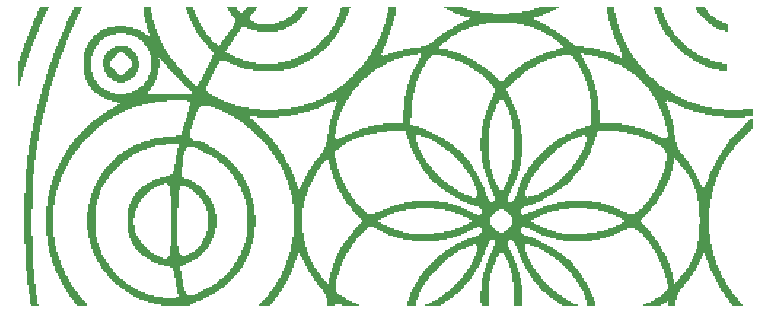
<source format=gto>
G04*
G04 #@! TF.GenerationSoftware,Altium Limited,Altium Designer,18.1.9 (240)*
G04*
G04 Layer_Color=65535*
%FSLAX43Y43*%
%MOMM*%
G71*
G01*
G75*
G36*
X183405Y148070D02*
X183529D01*
Y147947D01*
X183652D01*
Y147823D01*
Y147700D01*
X183775D01*
Y147577D01*
X183899D01*
Y147453D01*
X184146D01*
Y147330D01*
X184269D01*
Y147207D01*
X184392D01*
Y147083D01*
X184639D01*
Y146960D01*
X184886D01*
Y146836D01*
X185256D01*
Y146713D01*
X185350D01*
Y146096D01*
X185132D01*
Y146220D01*
X184639D01*
Y146343D01*
X184392D01*
Y146466D01*
X184146D01*
Y146590D01*
X184022D01*
Y146713D01*
X183775D01*
Y146836D01*
X183652D01*
Y146960D01*
X183529D01*
Y147083D01*
X183405D01*
Y147207D01*
X183282D01*
Y147330D01*
X183159D01*
Y147453D01*
X183035D01*
Y147577D01*
X182912D01*
Y147700D01*
X182789D01*
Y147823D01*
Y147947D01*
X182665D01*
Y148070D01*
Y148193D01*
X183405D01*
Y148070D01*
D02*
G37*
G36*
X175757D02*
Y147947D01*
Y147823D01*
Y147700D01*
X175880D01*
Y147577D01*
Y147453D01*
Y147330D01*
Y147207D01*
X176004D01*
Y147083D01*
Y146960D01*
Y146836D01*
Y146713D01*
X176127D01*
Y146590D01*
Y146466D01*
Y146343D01*
X176250D01*
Y146220D01*
Y146096D01*
Y145973D01*
X176374D01*
Y145850D01*
Y145726D01*
X176497D01*
Y145603D01*
Y145480D01*
X176621D01*
Y145356D01*
Y145233D01*
X176744D01*
Y145109D01*
Y144986D01*
X176867D01*
Y144863D01*
Y144739D01*
X176991D01*
Y144616D01*
Y144493D01*
X177114D01*
Y144369D01*
Y144246D01*
X177237D01*
Y144123D01*
X177361D01*
Y143999D01*
Y143876D01*
X177484D01*
Y143752D01*
X177607D01*
Y143629D01*
X177731D01*
Y143506D01*
Y143382D01*
X177854D01*
Y143259D01*
X177977D01*
Y143136D01*
X178101D01*
Y143012D01*
X178224D01*
Y142889D01*
X178348D01*
Y142766D01*
X178471D01*
Y142642D01*
Y142519D01*
X178594D01*
Y142395D01*
X178718D01*
Y142272D01*
X178841D01*
Y142149D01*
X179088D01*
Y142025D01*
X179211D01*
Y141902D01*
X179334D01*
Y141779D01*
X179458D01*
Y141655D01*
X179581D01*
Y141532D01*
X179828D01*
Y141409D01*
X179951D01*
Y141285D01*
X180075D01*
Y141162D01*
X180321D01*
Y141039D01*
X180568D01*
Y140915D01*
X180691D01*
Y140792D01*
X180938D01*
Y140668D01*
X181185D01*
Y140545D01*
X181432D01*
Y140422D01*
X181678D01*
Y140298D01*
X181925D01*
Y140175D01*
X182295D01*
Y140052D01*
X182665D01*
Y139928D01*
X183035D01*
Y139805D01*
X183405D01*
Y139682D01*
X184022D01*
Y139558D01*
X185009D01*
Y139435D01*
X186613D01*
Y139558D01*
X187476D01*
Y139435D01*
Y139311D01*
Y139188D01*
Y139065D01*
Y138941D01*
X186859D01*
Y138818D01*
X185009D01*
Y138941D01*
X184022D01*
Y139065D01*
X183405D01*
Y139188D01*
X182912D01*
Y139311D01*
X182418D01*
Y139435D01*
X182048D01*
Y139558D01*
X181678D01*
Y139682D01*
X181432D01*
Y139805D01*
X181185D01*
Y139928D01*
X180938D01*
Y140052D01*
X180691D01*
Y140175D01*
X180321D01*
Y140298D01*
X180198D01*
Y140175D01*
X180075D01*
Y140052D01*
X180198D01*
Y139928D01*
Y139805D01*
X180321D01*
Y139682D01*
Y139558D01*
Y139435D01*
X180445D01*
Y139311D01*
Y139188D01*
Y139065D01*
X180568D01*
Y138941D01*
Y138818D01*
Y138695D01*
X180691D01*
Y138571D01*
Y138448D01*
Y138325D01*
Y138201D01*
X180815D01*
Y138078D01*
Y137954D01*
Y137831D01*
Y137708D01*
Y137584D01*
Y137461D01*
Y137338D01*
X180938D01*
Y137214D01*
Y137091D01*
Y136968D01*
Y136844D01*
Y136721D01*
X181062D01*
Y136598D01*
Y136474D01*
Y136351D01*
X181185D01*
Y136227D01*
Y136104D01*
X181308D01*
Y135981D01*
Y135857D01*
X181432D01*
Y135734D01*
X181555D01*
Y135611D01*
X181678D01*
Y135487D01*
Y135364D01*
X181802D01*
Y135241D01*
X181925D01*
Y135117D01*
X182048D01*
Y134994D01*
Y134870D01*
X182172D01*
Y134747D01*
X182295D01*
Y134624D01*
Y134500D01*
X182418D01*
Y134377D01*
X182542D01*
Y134254D01*
Y134130D01*
X182665D01*
Y134007D01*
Y133884D01*
X182789D01*
Y133760D01*
Y133637D01*
X182912D01*
Y133514D01*
Y133390D01*
X183035D01*
Y133267D01*
Y133143D01*
X183159D01*
Y133020D01*
Y132897D01*
X183405D01*
Y133020D01*
Y133143D01*
X183529D01*
Y133267D01*
Y133390D01*
X183652D01*
Y133514D01*
Y133637D01*
X183775D01*
Y133760D01*
Y133884D01*
Y134007D01*
X183899D01*
Y134130D01*
Y134254D01*
X184022D01*
Y134377D01*
Y134500D01*
X184146D01*
Y134624D01*
Y134747D01*
X184269D01*
Y134870D01*
Y134994D01*
X184392D01*
Y135117D01*
Y135241D01*
X184516D01*
Y135364D01*
Y135487D01*
X184639D01*
Y135611D01*
X184762D01*
Y135734D01*
Y135857D01*
X184886D01*
Y135981D01*
Y136104D01*
X185009D01*
Y136227D01*
X185132D01*
Y136351D01*
X185256D01*
Y136474D01*
Y136598D01*
X185379D01*
Y136721D01*
X185503D01*
Y136844D01*
Y136968D01*
X185626D01*
Y137091D01*
X185749D01*
Y137214D01*
X185873D01*
Y137338D01*
X185996D01*
Y137461D01*
X186119D01*
Y137584D01*
X186243D01*
Y137708D01*
X186366D01*
Y137831D01*
X186489D01*
Y137954D01*
X186613D01*
Y138078D01*
X186736D01*
Y138201D01*
X186859D01*
Y138325D01*
X186983D01*
Y138448D01*
X187106D01*
Y138571D01*
X187230D01*
Y138695D01*
X187476D01*
Y138571D01*
Y138448D01*
Y138325D01*
Y138201D01*
Y138078D01*
Y137954D01*
Y137831D01*
X187353D01*
Y137708D01*
X187230D01*
Y137584D01*
X187106D01*
Y137461D01*
X186983D01*
Y137338D01*
X186859D01*
Y137214D01*
X186736D01*
Y137091D01*
X186613D01*
Y136968D01*
X186489D01*
Y136844D01*
X186366D01*
Y136721D01*
X186243D01*
Y136598D01*
X186119D01*
Y136474D01*
X185996D01*
Y136351D01*
X185873D01*
Y136227D01*
Y136104D01*
X185749D01*
Y135981D01*
X185626D01*
Y135857D01*
X185503D01*
Y135734D01*
Y135611D01*
X185379D01*
Y135487D01*
X185256D01*
Y135364D01*
Y135241D01*
X185132D01*
Y135117D01*
X185009D01*
Y134994D01*
Y134870D01*
X184886D01*
Y134747D01*
Y134624D01*
X184762D01*
Y134500D01*
Y134377D01*
X184639D01*
Y134254D01*
Y134130D01*
Y134007D01*
X184516D01*
Y133884D01*
Y133760D01*
X184392D01*
Y133637D01*
Y133514D01*
Y133390D01*
X184269D01*
Y133267D01*
Y133143D01*
Y133020D01*
X184146D01*
Y132897D01*
Y132773D01*
Y132650D01*
Y132527D01*
X184022D01*
Y132403D01*
Y132280D01*
Y132157D01*
Y132033D01*
Y131910D01*
X183899D01*
Y131786D01*
Y131663D01*
Y131540D01*
Y131416D01*
Y131293D01*
Y131170D01*
X183775D01*
Y131046D01*
Y130923D01*
Y130800D01*
Y130676D01*
Y130553D01*
Y130429D01*
Y130306D01*
Y130183D01*
Y130059D01*
Y129936D01*
Y129813D01*
Y129689D01*
Y129566D01*
Y129443D01*
Y129319D01*
Y129196D01*
Y129073D01*
Y128949D01*
X183899D01*
Y128826D01*
Y128702D01*
Y128579D01*
Y128456D01*
Y128332D01*
Y128209D01*
Y128086D01*
X184022D01*
Y127962D01*
Y127839D01*
Y127716D01*
Y127592D01*
X184146D01*
Y127469D01*
Y127345D01*
Y127222D01*
Y127099D01*
X184269D01*
Y126975D01*
Y126852D01*
Y126729D01*
X184392D01*
Y126605D01*
Y126482D01*
Y126359D01*
X184516D01*
Y126235D01*
Y126112D01*
X184639D01*
Y125989D01*
Y125865D01*
X184762D01*
Y125742D01*
Y125618D01*
Y125495D01*
X184886D01*
Y125372D01*
Y125248D01*
X185009D01*
Y125125D01*
X185132D01*
Y125002D01*
Y124878D01*
X185256D01*
Y124755D01*
Y124632D01*
X185379D01*
Y124508D01*
X185503D01*
Y124385D01*
Y124261D01*
X185626D01*
Y124138D01*
X185749D01*
Y124015D01*
Y123891D01*
X185873D01*
Y123768D01*
X185996D01*
Y123645D01*
X186119D01*
Y123521D01*
X186243D01*
Y123398D01*
Y123275D01*
X186366D01*
Y123151D01*
X186489D01*
Y123028D01*
X186613D01*
Y122904D01*
X185749D01*
Y123028D01*
X185626D01*
Y123151D01*
X185503D01*
Y123275D01*
Y123398D01*
X185379D01*
Y123521D01*
X185256D01*
Y123645D01*
X185132D01*
Y123768D01*
Y123891D01*
X185009D01*
Y124015D01*
X184886D01*
Y124138D01*
X184762D01*
Y124261D01*
Y124385D01*
X184639D01*
Y124508D01*
Y124632D01*
X184516D01*
Y124755D01*
Y124878D01*
X184392D01*
Y125002D01*
Y125125D01*
X184269D01*
Y125248D01*
Y125372D01*
X184146D01*
Y125495D01*
Y125618D01*
X184022D01*
Y125742D01*
Y125865D01*
X183899D01*
Y125989D01*
Y126112D01*
X183775D01*
Y126235D01*
Y126359D01*
Y126482D01*
X183652D01*
Y126605D01*
Y126729D01*
X183529D01*
Y126852D01*
Y126975D01*
Y127099D01*
X183405D01*
Y127222D01*
Y127345D01*
X183282D01*
Y127222D01*
Y127099D01*
X183159D01*
Y126975D01*
Y126852D01*
X183035D01*
Y126729D01*
Y126605D01*
X182912D01*
Y126482D01*
Y126359D01*
X182789D01*
Y126235D01*
Y126112D01*
X182665D01*
Y125989D01*
Y125865D01*
X182542D01*
Y125742D01*
X182418D01*
Y125618D01*
Y125495D01*
X182295D01*
Y125372D01*
X182172D01*
Y125248D01*
Y125125D01*
X182048D01*
Y125002D01*
X181925D01*
Y124878D01*
X181802D01*
Y124755D01*
X181678D01*
Y124632D01*
Y124508D01*
X181555D01*
Y124385D01*
X181432D01*
Y124261D01*
X181308D01*
Y124138D01*
Y124015D01*
X181185D01*
Y123891D01*
Y123768D01*
X181062D01*
Y123645D01*
Y123521D01*
Y123398D01*
X180938D01*
Y123275D01*
Y123151D01*
Y123028D01*
Y122904D01*
X180321D01*
Y123028D01*
Y123151D01*
Y123275D01*
X180198D01*
Y123151D01*
X179951D01*
Y123028D01*
X179705D01*
Y122904D01*
X178224D01*
Y123028D01*
X178471D01*
Y123151D01*
X178841D01*
Y123275D01*
X179088D01*
Y123398D01*
X179211D01*
Y123521D01*
X179458D01*
Y123645D01*
X179705D01*
Y123768D01*
X179828D01*
Y123891D01*
X179951D01*
Y124015D01*
X180075D01*
Y124138D01*
X180198D01*
Y124261D01*
X180321D01*
Y124385D01*
Y124508D01*
Y124632D01*
Y124755D01*
X180198D01*
Y124878D01*
Y125002D01*
Y125125D01*
Y125248D01*
X180075D01*
Y125372D01*
Y125495D01*
Y125618D01*
X179951D01*
Y125742D01*
Y125865D01*
Y125989D01*
X179828D01*
Y126112D01*
Y126235D01*
X179705D01*
Y126359D01*
Y126482D01*
Y126605D01*
X179581D01*
Y126729D01*
Y126852D01*
X179458D01*
Y126975D01*
Y127099D01*
X179334D01*
Y127222D01*
Y127345D01*
X179211D01*
Y127469D01*
Y127592D01*
X179088D01*
Y127716D01*
X178964D01*
Y127839D01*
Y127962D01*
X178841D01*
Y128086D01*
X178718D01*
Y128209D01*
Y128332D01*
X178594D01*
Y128456D01*
X178471D01*
Y128579D01*
X178348D01*
Y128702D01*
X178224D01*
Y128826D01*
Y128949D01*
X178101D01*
Y129073D01*
X177854D01*
Y129196D01*
X177731D01*
Y129319D01*
X177484D01*
Y129443D01*
X176867D01*
Y129319D01*
X176497D01*
Y129196D01*
X176250D01*
Y129073D01*
X176004D01*
Y128949D01*
X175757D01*
Y128826D01*
X175387D01*
Y128702D01*
X175017D01*
Y128579D01*
X174523D01*
Y128456D01*
X173907D01*
Y128332D01*
X171439D01*
Y128456D01*
X170823D01*
Y128579D01*
X170329D01*
Y128702D01*
X169959D01*
Y128826D01*
X169589D01*
Y128949D01*
X169342D01*
Y129073D01*
X169096D01*
Y129196D01*
X168849D01*
Y129319D01*
X168602D01*
Y129443D01*
X168232D01*
Y129566D01*
X167985D01*
Y129443D01*
X167862D01*
Y129319D01*
Y129196D01*
Y129073D01*
X167985D01*
Y128949D01*
X168109D01*
Y128826D01*
X168479D01*
Y128702D01*
X168849D01*
Y128579D01*
X169096D01*
Y128456D01*
X169342D01*
Y128332D01*
X169589D01*
Y128209D01*
X169836D01*
Y128086D01*
X170082D01*
Y127962D01*
X170329D01*
Y127839D01*
X170576D01*
Y127716D01*
X170699D01*
Y127592D01*
X170946D01*
Y127469D01*
X171069D01*
Y127345D01*
X171316D01*
Y127222D01*
X171439D01*
Y127099D01*
X171563D01*
Y126975D01*
X171686D01*
Y126852D01*
X171933D01*
Y126729D01*
X172056D01*
Y126605D01*
X172180D01*
Y126482D01*
X172303D01*
Y126359D01*
Y126235D01*
X172426D01*
Y126112D01*
X172550D01*
Y125989D01*
X172673D01*
Y125865D01*
X172796D01*
Y125742D01*
Y125618D01*
X172920D01*
Y125495D01*
X173043D01*
Y125372D01*
Y125248D01*
X173166D01*
Y125125D01*
Y125002D01*
X173290D01*
Y124878D01*
X173413D01*
Y124755D01*
Y124632D01*
X173536D01*
Y124508D01*
Y124385D01*
X173660D01*
Y124261D01*
Y124138D01*
X173783D01*
Y124015D01*
Y123891D01*
X173907D01*
Y123768D01*
Y123645D01*
X174030D01*
Y123521D01*
Y123398D01*
Y123275D01*
X174153D01*
Y123151D01*
Y123028D01*
Y122904D01*
X173413D01*
Y123028D01*
Y123151D01*
Y123275D01*
Y123398D01*
X173290D01*
Y123521D01*
Y123645D01*
Y123768D01*
X173166D01*
Y123891D01*
Y124015D01*
Y124138D01*
X173043D01*
Y124261D01*
X172920D01*
Y124385D01*
Y124508D01*
X172796D01*
Y124632D01*
Y124755D01*
X172673D01*
Y124878D01*
X172550D01*
Y125002D01*
Y125125D01*
X172426D01*
Y125248D01*
X172303D01*
Y125372D01*
X172180D01*
Y125495D01*
Y125618D01*
X172056D01*
Y125742D01*
X171933D01*
Y125865D01*
X171809D01*
Y125989D01*
X171686D01*
Y126112D01*
X171563D01*
Y126235D01*
X171439D01*
Y126359D01*
X171316D01*
Y126482D01*
X171193D01*
Y126605D01*
X171069D01*
Y126729D01*
X170823D01*
Y126852D01*
X170699D01*
Y126975D01*
X170576D01*
Y127099D01*
X170329D01*
Y127222D01*
X170206D01*
Y127345D01*
X169959D01*
Y127469D01*
X169836D01*
Y127592D01*
X169589D01*
Y127716D01*
X169342D01*
Y127839D01*
X168972D01*
Y127962D01*
X168602D01*
Y128086D01*
X168232D01*
Y127962D01*
Y127839D01*
Y127716D01*
Y127592D01*
Y127469D01*
X168355D01*
Y127345D01*
Y127222D01*
Y127099D01*
X168479D01*
Y126975D01*
Y126852D01*
X168602D01*
Y126729D01*
Y126605D01*
X168725D01*
Y126482D01*
Y126359D01*
X168849D01*
Y126235D01*
Y126112D01*
X168972D01*
Y125989D01*
X169096D01*
Y125865D01*
Y125742D01*
X169219D01*
Y125618D01*
X169342D01*
Y125495D01*
X169466D01*
Y125372D01*
X169589D01*
Y125248D01*
Y125125D01*
X169712D01*
Y125002D01*
X169836D01*
Y124878D01*
X169959D01*
Y124755D01*
X170082D01*
Y124632D01*
X170206D01*
Y124508D01*
X170329D01*
Y124385D01*
X170452D01*
Y124261D01*
X170576D01*
Y124138D01*
X170823D01*
Y124015D01*
X170946D01*
Y123891D01*
X171069D01*
Y123768D01*
X171316D01*
Y123645D01*
X171439D01*
Y123521D01*
X171686D01*
Y123398D01*
X171809D01*
Y123275D01*
X172056D01*
Y123151D01*
X172303D01*
Y123028D01*
X172673D01*
Y122904D01*
X171316D01*
Y123028D01*
X171069D01*
Y123151D01*
X170946D01*
Y123275D01*
X170699D01*
Y123398D01*
X170576D01*
Y123521D01*
X170329D01*
Y123645D01*
X170206D01*
Y123768D01*
X170082D01*
Y123891D01*
X169959D01*
Y124015D01*
X169712D01*
Y124138D01*
X169589D01*
Y124261D01*
X169466D01*
Y124385D01*
X169342D01*
Y124508D01*
Y124632D01*
X169219D01*
Y124755D01*
X169096D01*
Y124878D01*
X168972D01*
Y125002D01*
X168849D01*
Y125125D01*
Y125248D01*
X168725D01*
Y125372D01*
X168602D01*
Y125495D01*
Y125618D01*
X168479D01*
Y125742D01*
Y125865D01*
X168355D01*
Y125989D01*
X168232D01*
Y126112D01*
Y126235D01*
X168109D01*
Y126359D01*
Y126482D01*
X167985D01*
Y126605D01*
Y126729D01*
X167862D01*
Y126852D01*
Y126975D01*
X167739D01*
Y127099D01*
Y127222D01*
Y127345D01*
X167615D01*
Y127469D01*
Y127592D01*
Y127716D01*
X167492D01*
Y127839D01*
Y127962D01*
X167368D01*
Y128086D01*
Y128209D01*
X167245D01*
Y128332D01*
X167122D01*
Y128456D01*
X166875D01*
Y128332D01*
X166752D01*
Y128209D01*
Y128086D01*
Y127962D01*
Y127839D01*
X166875D01*
Y127716D01*
Y127592D01*
X166998D01*
Y127469D01*
Y127345D01*
X167122D01*
Y127222D01*
Y127099D01*
X167245D01*
Y126975D01*
Y126852D01*
Y126729D01*
X167368D01*
Y126605D01*
Y126482D01*
X167492D01*
Y126359D01*
Y126235D01*
Y126112D01*
X167615D01*
Y125989D01*
Y125865D01*
Y125742D01*
X167739D01*
Y125618D01*
Y125495D01*
Y125372D01*
Y125248D01*
X167862D01*
Y125125D01*
Y125002D01*
Y124878D01*
Y124755D01*
Y124632D01*
X167985D01*
Y124508D01*
Y124385D01*
Y124261D01*
Y124138D01*
Y124015D01*
Y123891D01*
Y123768D01*
Y123645D01*
Y123521D01*
Y123398D01*
Y123275D01*
Y123151D01*
Y123028D01*
Y122904D01*
X167245D01*
Y123028D01*
Y123151D01*
Y123275D01*
Y123398D01*
Y123521D01*
Y123645D01*
Y123768D01*
Y123891D01*
Y124015D01*
Y124138D01*
Y124261D01*
Y124385D01*
Y124508D01*
Y124632D01*
Y124755D01*
Y124878D01*
X167122D01*
Y125002D01*
Y125125D01*
Y125248D01*
Y125372D01*
Y125495D01*
Y125618D01*
X166998D01*
Y125742D01*
Y125865D01*
Y125989D01*
Y126112D01*
X166875D01*
Y126235D01*
Y126359D01*
Y126482D01*
X166752D01*
Y126605D01*
Y126729D01*
X166628D01*
Y126852D01*
Y126975D01*
X166505D01*
Y127099D01*
Y127222D01*
X166382D01*
Y127345D01*
X166012D01*
Y127222D01*
Y127099D01*
X165888D01*
Y126975D01*
X165765D01*
Y126852D01*
Y126729D01*
Y126605D01*
X165641D01*
Y126482D01*
Y126359D01*
X165518D01*
Y126235D01*
Y126112D01*
Y125989D01*
X165395D01*
Y125865D01*
Y125742D01*
Y125618D01*
X165271D01*
Y125495D01*
Y125372D01*
Y125248D01*
Y125125D01*
Y125002D01*
X165148D01*
Y124878D01*
Y124755D01*
Y124632D01*
Y124508D01*
Y124385D01*
Y124261D01*
Y124138D01*
Y124015D01*
Y123891D01*
Y123768D01*
Y123645D01*
Y123521D01*
Y123398D01*
Y123275D01*
Y123151D01*
Y123028D01*
Y122904D01*
X164531D01*
Y123028D01*
Y123151D01*
X164408D01*
Y123275D01*
Y123398D01*
Y123521D01*
Y123645D01*
Y123768D01*
Y123891D01*
Y124015D01*
Y124138D01*
X164531D01*
Y124261D01*
Y124385D01*
Y124508D01*
Y124632D01*
Y124755D01*
Y124878D01*
Y125002D01*
Y125125D01*
Y125248D01*
X164655D01*
Y125372D01*
Y125495D01*
Y125618D01*
Y125742D01*
X164778D01*
Y125865D01*
Y125989D01*
Y126112D01*
X164901D01*
Y126235D01*
Y126359D01*
Y126482D01*
X165025D01*
Y126605D01*
Y126729D01*
Y126852D01*
X165148D01*
Y126975D01*
Y127099D01*
X165271D01*
Y127222D01*
Y127345D01*
X165395D01*
Y127469D01*
Y127592D01*
X165518D01*
Y127716D01*
Y127839D01*
Y127962D01*
X165641D01*
Y128086D01*
Y128209D01*
Y128332D01*
Y128456D01*
X165271D01*
Y128332D01*
X165148D01*
Y128209D01*
Y128086D01*
X165025D01*
Y127962D01*
Y127839D01*
X164901D01*
Y127716D01*
Y127592D01*
X164778D01*
Y127469D01*
Y127345D01*
Y127222D01*
X164655D01*
Y127099D01*
Y126975D01*
X164531D01*
Y126852D01*
Y126729D01*
Y126605D01*
X164408D01*
Y126482D01*
Y126359D01*
X164284D01*
Y126235D01*
Y126112D01*
X164161D01*
Y125989D01*
X164038D01*
Y125865D01*
Y125742D01*
X163914D01*
Y125618D01*
Y125495D01*
X163791D01*
Y125372D01*
X163668D01*
Y125248D01*
Y125125D01*
X163544D01*
Y125002D01*
X163421D01*
Y124878D01*
X163298D01*
Y124755D01*
X163174D01*
Y124632D01*
X163051D01*
Y124508D01*
Y124385D01*
X162927D01*
Y124261D01*
X162804D01*
Y124138D01*
X162681D01*
Y124015D01*
X162557D01*
Y123891D01*
X162311D01*
Y123768D01*
X162187D01*
Y123645D01*
X162064D01*
Y123521D01*
X161817D01*
Y123398D01*
X161694D01*
Y123275D01*
X161447D01*
Y123151D01*
X161324D01*
Y123028D01*
X161077D01*
Y122904D01*
X159720D01*
Y123028D01*
X160090D01*
Y123151D01*
X160337D01*
Y123275D01*
X160584D01*
Y123398D01*
X160830D01*
Y123521D01*
X160954D01*
Y123645D01*
X161200D01*
Y123768D01*
X161324D01*
Y123891D01*
X161447D01*
Y124015D01*
X161694D01*
Y124138D01*
X161817D01*
Y124261D01*
X161941D01*
Y124385D01*
X162064D01*
Y124508D01*
X162187D01*
Y124632D01*
X162311D01*
Y124755D01*
X162434D01*
Y124878D01*
X162557D01*
Y125002D01*
X162681D01*
Y125125D01*
X162804D01*
Y125248D01*
X162927D01*
Y125372D01*
Y125495D01*
X163051D01*
Y125618D01*
X163174D01*
Y125742D01*
X163298D01*
Y125865D01*
Y125989D01*
X163421D01*
Y126112D01*
X163544D01*
Y126235D01*
Y126359D01*
X163668D01*
Y126482D01*
Y126605D01*
X163791D01*
Y126729D01*
Y126852D01*
X163914D01*
Y126975D01*
Y127099D01*
X164038D01*
Y127222D01*
Y127345D01*
Y127469D01*
X164161D01*
Y127592D01*
Y127716D01*
Y127839D01*
Y127962D01*
X164038D01*
Y128086D01*
X163791D01*
Y127962D01*
X163421D01*
Y127839D01*
X163174D01*
Y127716D01*
X162804D01*
Y127592D01*
X162557D01*
Y127469D01*
X162434D01*
Y127345D01*
X162187D01*
Y127222D01*
X162064D01*
Y127099D01*
X161941D01*
Y126975D01*
X161694D01*
Y126852D01*
X161571D01*
Y126729D01*
X161447D01*
Y126605D01*
X161324D01*
Y126482D01*
X161200D01*
Y126359D01*
X161077D01*
Y126235D01*
X160954D01*
Y126112D01*
X160830D01*
Y125989D01*
X160707D01*
Y125865D01*
X160584D01*
Y125742D01*
X160460D01*
Y125618D01*
X160337D01*
Y125495D01*
X160214D01*
Y125372D01*
X160090D01*
Y125248D01*
Y125125D01*
X159967D01*
Y125002D01*
X159843D01*
Y124878D01*
X159720D01*
Y124755D01*
Y124632D01*
X159597D01*
Y124508D01*
X159473D01*
Y124385D01*
Y124261D01*
X159350D01*
Y124138D01*
Y124015D01*
X159227D01*
Y123891D01*
Y123768D01*
Y123645D01*
X159103D01*
Y123521D01*
Y123398D01*
X158980D01*
Y123275D01*
Y123151D01*
Y123028D01*
Y122904D01*
X158240D01*
Y123028D01*
Y123151D01*
Y123275D01*
X158363D01*
Y123398D01*
Y123521D01*
Y123645D01*
X158486D01*
Y123768D01*
Y123891D01*
Y124015D01*
X158610D01*
Y124138D01*
Y124261D01*
X158733D01*
Y124385D01*
Y124508D01*
X158857D01*
Y124632D01*
Y124755D01*
X158980D01*
Y124878D01*
X159103D01*
Y125002D01*
Y125125D01*
X159227D01*
Y125248D01*
Y125372D01*
X159350D01*
Y125495D01*
X159473D01*
Y125618D01*
X159597D01*
Y125742D01*
Y125865D01*
X159720D01*
Y125989D01*
X159843D01*
Y126112D01*
X159967D01*
Y126235D01*
X160090D01*
Y126359D01*
X160214D01*
Y126482D01*
X160337D01*
Y126605D01*
X160460D01*
Y126729D01*
X160584D01*
Y126852D01*
X160707D01*
Y126975D01*
X160830D01*
Y127099D01*
X160954D01*
Y127222D01*
X161200D01*
Y127345D01*
X161324D01*
Y127469D01*
X161447D01*
Y127592D01*
X161694D01*
Y127716D01*
X161817D01*
Y127839D01*
X162064D01*
Y127962D01*
X162311D01*
Y128086D01*
X162434D01*
Y128209D01*
X162804D01*
Y128332D01*
X163051D01*
Y128456D01*
X163298D01*
Y128579D01*
X163668D01*
Y128702D01*
X164038D01*
Y128826D01*
X164284D01*
Y128949D01*
X164408D01*
Y129073D01*
X164531D01*
Y129196D01*
Y129319D01*
Y129443D01*
X164408D01*
Y129566D01*
X164161D01*
Y129443D01*
X163791D01*
Y129319D01*
X163544D01*
Y129196D01*
X163298D01*
Y129073D01*
X163051D01*
Y128949D01*
X162804D01*
Y128826D01*
X162434D01*
Y128702D01*
X162064D01*
Y128579D01*
X161571D01*
Y128456D01*
X160954D01*
Y128332D01*
X158610D01*
Y128456D01*
X157870D01*
Y128579D01*
X157376D01*
Y128702D01*
X157006D01*
Y128826D01*
X156636D01*
Y128949D01*
X156389D01*
Y129073D01*
X156143D01*
Y129196D01*
X155896D01*
Y129319D01*
X155649D01*
Y129443D01*
X155402D01*
Y129566D01*
X154909D01*
Y129443D01*
X154786D01*
Y129319D01*
X154662D01*
Y129196D01*
X154539D01*
Y129073D01*
X154416D01*
Y128949D01*
X154292D01*
Y128826D01*
X154169D01*
Y128702D01*
X154046D01*
Y128579D01*
X153922D01*
Y128456D01*
Y128332D01*
X153799D01*
Y128209D01*
X153675D01*
Y128086D01*
X153552D01*
Y127962D01*
Y127839D01*
X153429D01*
Y127716D01*
X153305D01*
Y127592D01*
Y127469D01*
X153182D01*
Y127345D01*
X153059D01*
Y127222D01*
Y127099D01*
X152935D01*
Y126975D01*
Y126852D01*
X152812D01*
Y126729D01*
Y126605D01*
X152689D01*
Y126482D01*
Y126359D01*
Y126235D01*
X152565D01*
Y126112D01*
Y125989D01*
Y125865D01*
X152442D01*
Y125742D01*
Y125618D01*
Y125495D01*
X152318D01*
Y125372D01*
Y125248D01*
Y125125D01*
X152195D01*
Y125002D01*
Y124878D01*
Y124755D01*
Y124632D01*
Y124508D01*
Y124385D01*
Y124261D01*
Y124138D01*
Y124015D01*
X152318D01*
Y123891D01*
X152442D01*
Y123768D01*
X152689D01*
Y123645D01*
X152935D01*
Y123521D01*
X153059D01*
Y123398D01*
X153305D01*
Y123275D01*
X153552D01*
Y123151D01*
X153922D01*
Y123028D01*
X154169D01*
Y122904D01*
X152689D01*
Y123028D01*
X152072D01*
Y122904D01*
X151455D01*
Y123028D01*
Y123151D01*
Y123275D01*
Y123398D01*
Y123521D01*
X151332D01*
Y123645D01*
Y123768D01*
Y123891D01*
X151208D01*
Y124015D01*
X151085D01*
Y124138D01*
Y124261D01*
X150961D01*
Y124385D01*
X150838D01*
Y124508D01*
X150715D01*
Y124632D01*
X150591D01*
Y124755D01*
Y124878D01*
X150468D01*
Y125002D01*
X150345D01*
Y125125D01*
Y125248D01*
X150221D01*
Y125372D01*
X150098D01*
Y125495D01*
Y125618D01*
X149975D01*
Y125742D01*
X149851D01*
Y125865D01*
Y125989D01*
X149728D01*
Y126112D01*
Y126235D01*
X149605D01*
Y126359D01*
Y126482D01*
X149481D01*
Y126605D01*
Y126729D01*
X149358D01*
Y126852D01*
Y126975D01*
X149234D01*
Y127099D01*
X149111D01*
Y127222D01*
Y127345D01*
X148988D01*
Y127222D01*
Y127099D01*
X148864D01*
Y126975D01*
Y126852D01*
Y126729D01*
X148741D01*
Y126605D01*
Y126482D01*
X148618D01*
Y126359D01*
Y126235D01*
Y126112D01*
X148494D01*
Y125989D01*
Y125865D01*
Y125742D01*
X148371D01*
Y125618D01*
Y125495D01*
X148248D01*
Y125372D01*
Y125248D01*
X148124D01*
Y125125D01*
Y125002D01*
X148001D01*
Y124878D01*
Y124755D01*
X147877D01*
Y124632D01*
X147754D01*
Y124508D01*
Y124385D01*
X147631D01*
Y124261D01*
Y124138D01*
X147507D01*
Y124015D01*
X147384D01*
Y123891D01*
Y123768D01*
X147261D01*
Y123645D01*
X147137D01*
Y123521D01*
X147014D01*
Y123398D01*
Y123275D01*
X146891D01*
Y123151D01*
X146767D01*
Y123028D01*
X146644D01*
Y122904D01*
X145657D01*
Y123028D01*
X145780D01*
Y123151D01*
X145904D01*
Y123275D01*
X146027D01*
Y123398D01*
X146150D01*
Y123521D01*
X146274D01*
Y123645D01*
X146397D01*
Y123768D01*
X146520D01*
Y123891D01*
Y124015D01*
X146644D01*
Y124138D01*
X146767D01*
Y124261D01*
X146891D01*
Y124385D01*
Y124508D01*
X147014D01*
Y124632D01*
X147137D01*
Y124755D01*
Y124878D01*
X147261D01*
Y125002D01*
Y125125D01*
X147384D01*
Y125248D01*
X147507D01*
Y125372D01*
Y125495D01*
X147631D01*
Y125618D01*
Y125742D01*
Y125865D01*
X147754D01*
Y125989D01*
Y126112D01*
X147877D01*
Y126235D01*
Y126359D01*
X148001D01*
Y126482D01*
Y126605D01*
Y126729D01*
X148124D01*
Y126852D01*
Y126975D01*
Y127099D01*
X148248D01*
Y127222D01*
Y127345D01*
Y127469D01*
X148371D01*
Y127592D01*
Y127716D01*
Y127839D01*
Y127962D01*
Y128086D01*
X148494D01*
Y128209D01*
Y128332D01*
Y128456D01*
Y128579D01*
Y128702D01*
X148618D01*
Y128826D01*
Y128949D01*
Y129073D01*
Y129196D01*
Y129319D01*
Y129443D01*
Y129566D01*
Y129689D01*
Y129813D01*
Y129936D01*
Y130059D01*
Y130183D01*
Y130306D01*
Y130429D01*
Y130553D01*
Y130676D01*
Y130800D01*
Y130923D01*
Y131046D01*
Y131170D01*
Y131293D01*
Y131416D01*
Y131540D01*
X148494D01*
Y131663D01*
Y131786D01*
Y131910D01*
Y132033D01*
Y132157D01*
Y132280D01*
X148371D01*
Y132403D01*
Y132527D01*
Y132650D01*
X148248D01*
Y132773D01*
Y132897D01*
Y133020D01*
Y133143D01*
X148124D01*
Y133267D01*
Y133390D01*
Y133514D01*
X148001D01*
Y133637D01*
Y133760D01*
X147877D01*
Y133884D01*
Y134007D01*
X147754D01*
Y134130D01*
Y134254D01*
Y134377D01*
X147631D01*
Y134500D01*
Y134624D01*
X147507D01*
Y134747D01*
Y134870D01*
X147384D01*
Y134994D01*
X147261D01*
Y135117D01*
Y135241D01*
X147137D01*
Y135364D01*
X147014D01*
Y135487D01*
Y135611D01*
X146891D01*
Y135734D01*
X146767D01*
Y135857D01*
Y135981D01*
X146644D01*
Y136104D01*
X146520D01*
Y136227D01*
X146397D01*
Y136351D01*
Y136474D01*
X146274D01*
Y136598D01*
X146150D01*
Y136721D01*
X146027D01*
Y136844D01*
X145904D01*
Y136968D01*
X145780D01*
Y137091D01*
X145657D01*
Y137214D01*
X145534D01*
Y137338D01*
X145410D01*
Y137461D01*
X145287D01*
Y137584D01*
X145164D01*
Y137708D01*
X145040D01*
Y137831D01*
X144917D01*
Y137954D01*
X144670D01*
Y138078D01*
X144547D01*
Y138201D01*
X144423D01*
Y138325D01*
X144300D01*
Y138448D01*
X144053D01*
Y138571D01*
X143930D01*
Y138695D01*
X143683D01*
Y138818D01*
X143560D01*
Y138941D01*
X143313D01*
Y139065D01*
X143066D01*
Y139188D01*
X142820D01*
Y139311D01*
X142573D01*
Y139435D01*
X142326D01*
Y139558D01*
X141956D01*
Y139682D01*
X141586D01*
Y139805D01*
X140723D01*
Y139682D01*
X140599D01*
Y139558D01*
X140476D01*
Y139435D01*
Y139311D01*
X140352D01*
Y139188D01*
Y139065D01*
Y138941D01*
X140229D01*
Y138818D01*
Y138695D01*
Y138571D01*
X140106D01*
Y138448D01*
Y138325D01*
Y138201D01*
X139982D01*
Y138078D01*
Y137954D01*
Y137831D01*
X139859D01*
Y137708D01*
Y137584D01*
Y137461D01*
Y137338D01*
Y137214D01*
Y137091D01*
X139982D01*
Y136968D01*
X140106D01*
Y136844D01*
X140723D01*
Y136721D01*
X141093D01*
Y136598D01*
X141339D01*
Y136474D01*
X141463D01*
Y136351D01*
X141709D01*
Y136227D01*
X141956D01*
Y136104D01*
X142080D01*
Y135981D01*
X142326D01*
Y135857D01*
X142450D01*
Y135734D01*
X142573D01*
Y135611D01*
X142820D01*
Y135487D01*
X142943D01*
Y135364D01*
X143066D01*
Y135241D01*
X143190D01*
Y135117D01*
X143313D01*
Y134994D01*
X143436D01*
Y134870D01*
X143560D01*
Y134747D01*
X143683D01*
Y134624D01*
X143807D01*
Y134500D01*
X143930D01*
Y134377D01*
Y134254D01*
X144053D01*
Y134130D01*
X144177D01*
Y134007D01*
X144300D01*
Y133884D01*
Y133760D01*
X144423D01*
Y133637D01*
Y133514D01*
X144547D01*
Y133390D01*
Y133267D01*
X144670D01*
Y133143D01*
Y133020D01*
X144793D01*
Y132897D01*
Y132773D01*
X144917D01*
Y132650D01*
Y132527D01*
Y132403D01*
X145040D01*
Y132280D01*
Y132157D01*
Y132033D01*
X145164D01*
Y131910D01*
Y131786D01*
Y131663D01*
Y131540D01*
X145287D01*
Y131416D01*
Y131293D01*
Y131170D01*
Y131046D01*
Y130923D01*
Y130800D01*
Y130676D01*
Y130553D01*
X145410D01*
Y130429D01*
Y130306D01*
Y130183D01*
Y130059D01*
Y129936D01*
Y129813D01*
Y129689D01*
Y129566D01*
X145287D01*
Y129443D01*
Y129319D01*
Y129196D01*
Y129073D01*
Y128949D01*
Y128826D01*
Y128702D01*
Y128579D01*
X145164D01*
Y128456D01*
Y128332D01*
Y128209D01*
Y128086D01*
X145040D01*
Y127962D01*
Y127839D01*
Y127716D01*
X144917D01*
Y127592D01*
Y127469D01*
Y127345D01*
X144793D01*
Y127222D01*
Y127099D01*
X144670D01*
Y126975D01*
Y126852D01*
X144547D01*
Y126729D01*
Y126605D01*
X144423D01*
Y126482D01*
Y126359D01*
X144300D01*
Y126235D01*
Y126112D01*
X144177D01*
Y125989D01*
X144053D01*
Y125865D01*
Y125742D01*
X143930D01*
Y125618D01*
X143807D01*
Y125495D01*
X143683D01*
Y125372D01*
X143560D01*
Y125248D01*
X143436D01*
Y125125D01*
X143313D01*
Y125002D01*
X143190D01*
Y124878D01*
X143066D01*
Y124755D01*
X142943D01*
Y124632D01*
X142820D01*
Y124508D01*
X142696D01*
Y124385D01*
X142450D01*
Y124261D01*
X142326D01*
Y124138D01*
X142080D01*
Y124015D01*
X141956D01*
Y123891D01*
X141709D01*
Y123768D01*
X141463D01*
Y123645D01*
X141216D01*
Y123521D01*
X140969D01*
Y123398D01*
X140723D01*
Y123275D01*
X140352D01*
Y123151D01*
X140106D01*
Y123028D01*
X139859D01*
Y122904D01*
X137392D01*
Y123028D01*
X136775D01*
Y123151D01*
X136282D01*
Y123275D01*
X135911D01*
Y123398D01*
X135541D01*
Y123521D01*
X135295D01*
Y123645D01*
X135048D01*
Y123768D01*
X134801D01*
Y123891D01*
X134678D01*
Y124015D01*
X134431D01*
Y124138D01*
X134308D01*
Y124261D01*
X134061D01*
Y124385D01*
X133938D01*
Y124508D01*
X133814D01*
Y124632D01*
X133568D01*
Y124755D01*
X133444D01*
Y124878D01*
X133321D01*
Y125002D01*
X133198D01*
Y125125D01*
X133074D01*
Y125248D01*
X132951D01*
Y125372D01*
X132827D01*
Y125495D01*
Y125618D01*
X132704D01*
Y125742D01*
X132581D01*
Y125865D01*
X132457D01*
Y125989D01*
X132334D01*
Y126112D01*
Y126235D01*
X132211D01*
Y126359D01*
Y126482D01*
X132087D01*
Y126605D01*
X131964D01*
Y126729D01*
Y126852D01*
X131841D01*
Y126975D01*
Y127099D01*
X131717D01*
Y127222D01*
Y127345D01*
X131594D01*
Y127469D01*
Y127592D01*
Y127716D01*
X131470D01*
Y127839D01*
Y127962D01*
Y128086D01*
X131347D01*
Y128209D01*
Y128332D01*
Y128456D01*
Y128579D01*
X131224D01*
Y128702D01*
Y128826D01*
Y128949D01*
Y129073D01*
Y129196D01*
Y129319D01*
X131100D01*
Y129443D01*
Y129566D01*
Y129689D01*
Y129813D01*
Y129936D01*
Y130059D01*
Y130183D01*
Y130306D01*
Y130429D01*
Y130553D01*
Y130676D01*
Y130800D01*
X131224D01*
Y130923D01*
Y131046D01*
Y131170D01*
Y131293D01*
Y131416D01*
Y131540D01*
X131347D01*
Y131663D01*
Y131786D01*
Y131910D01*
Y132033D01*
X131470D01*
Y132157D01*
Y132280D01*
Y132403D01*
X131594D01*
Y132527D01*
Y132650D01*
Y132773D01*
X131717D01*
Y132897D01*
Y133020D01*
X131841D01*
Y133143D01*
Y133267D01*
X131964D01*
Y133390D01*
Y133514D01*
X132087D01*
Y133637D01*
Y133760D01*
X132211D01*
Y133884D01*
X132334D01*
Y134007D01*
Y134130D01*
X132457D01*
Y134254D01*
X132581D01*
Y134377D01*
Y134500D01*
X132704D01*
Y134624D01*
X132827D01*
Y134747D01*
X132951D01*
Y134870D01*
X133074D01*
Y134994D01*
X133198D01*
Y135117D01*
X133321D01*
Y135241D01*
X133444D01*
Y135364D01*
X133568D01*
Y135487D01*
X133691D01*
Y135611D01*
X133814D01*
Y135734D01*
X134061D01*
Y135857D01*
X134184D01*
Y135981D01*
X134431D01*
Y136104D01*
X134555D01*
Y136227D01*
X134801D01*
Y136351D01*
X135048D01*
Y136474D01*
X135295D01*
Y136598D01*
X135665D01*
Y136721D01*
X135911D01*
Y136844D01*
X136405D01*
Y136968D01*
X136775D01*
Y137091D01*
X137515D01*
Y137214D01*
X138625D01*
Y137338D01*
X139119D01*
Y137461D01*
Y137584D01*
Y137708D01*
X139242D01*
Y137831D01*
Y137954D01*
Y138078D01*
X139366D01*
Y138201D01*
Y138325D01*
Y138448D01*
X139489D01*
Y138571D01*
Y138695D01*
Y138818D01*
X139612D01*
Y138941D01*
Y139065D01*
Y139188D01*
Y139311D01*
X139736D01*
Y139435D01*
Y139558D01*
Y139682D01*
Y139805D01*
X139859D01*
Y139928D01*
Y140052D01*
Y140175D01*
X139612D01*
Y140298D01*
X137885D01*
Y140175D01*
X136898D01*
Y140052D01*
X136282D01*
Y139928D01*
X135788D01*
Y139805D01*
X135295D01*
Y139682D01*
X134925D01*
Y139558D01*
X134555D01*
Y139435D01*
X134308D01*
Y139311D01*
X134061D01*
Y139188D01*
X133814D01*
Y139065D01*
X133568D01*
Y138941D01*
X133321D01*
Y138818D01*
X133198D01*
Y138695D01*
X132951D01*
Y138571D01*
X132827D01*
Y138448D01*
X132581D01*
Y138325D01*
X132457D01*
Y138201D01*
X132334D01*
Y138078D01*
X132087D01*
Y137954D01*
X131964D01*
Y137831D01*
X131841D01*
Y137708D01*
X131717D01*
Y137584D01*
X131594D01*
Y137461D01*
X131470D01*
Y137338D01*
X131347D01*
Y137214D01*
X131224D01*
Y137091D01*
X131100D01*
Y136968D01*
X130977D01*
Y136844D01*
X130854D01*
Y136721D01*
X130730D01*
Y136598D01*
X130607D01*
Y136474D01*
X130484D01*
Y136351D01*
Y136227D01*
X130360D01*
Y136104D01*
X130237D01*
Y135981D01*
X130114D01*
Y135857D01*
Y135734D01*
X129990D01*
Y135611D01*
X129867D01*
Y135487D01*
Y135364D01*
X129743D01*
Y135241D01*
X129620D01*
Y135117D01*
Y134994D01*
X129497D01*
Y134870D01*
Y134747D01*
X129373D01*
Y134624D01*
Y134500D01*
X129250D01*
Y134377D01*
Y134254D01*
X129127D01*
Y134130D01*
Y134007D01*
X129003D01*
Y133884D01*
Y133760D01*
X128880D01*
Y133637D01*
Y133514D01*
Y133390D01*
X128757D01*
Y133267D01*
Y133143D01*
Y133020D01*
X128633D01*
Y132897D01*
Y132773D01*
Y132650D01*
X128510D01*
Y132527D01*
Y132403D01*
Y132280D01*
Y132157D01*
X128386D01*
Y132033D01*
Y131910D01*
Y131786D01*
Y131663D01*
Y131540D01*
Y131416D01*
X128263D01*
Y131293D01*
Y131170D01*
Y131046D01*
Y130923D01*
Y130800D01*
Y130676D01*
Y130553D01*
Y130429D01*
Y130306D01*
Y130183D01*
Y130059D01*
Y129936D01*
Y129813D01*
Y129689D01*
Y129566D01*
Y129443D01*
Y129319D01*
Y129196D01*
Y129073D01*
Y128949D01*
Y128826D01*
Y128702D01*
X128386D01*
Y128579D01*
Y128456D01*
Y128332D01*
Y128209D01*
Y128086D01*
Y127962D01*
X128510D01*
Y127839D01*
Y127716D01*
Y127592D01*
Y127469D01*
X128633D01*
Y127345D01*
Y127222D01*
Y127099D01*
X128757D01*
Y126975D01*
Y126852D01*
Y126729D01*
X128880D01*
Y126605D01*
Y126482D01*
Y126359D01*
X129003D01*
Y126235D01*
Y126112D01*
X129127D01*
Y125989D01*
Y125865D01*
X129250D01*
Y125742D01*
Y125618D01*
Y125495D01*
X129373D01*
Y125372D01*
X129497D01*
Y125248D01*
Y125125D01*
X129620D01*
Y125002D01*
Y124878D01*
X129743D01*
Y124755D01*
Y124632D01*
X129867D01*
Y124508D01*
X129990D01*
Y124385D01*
Y124261D01*
X130114D01*
Y124138D01*
X130237D01*
Y124015D01*
X130360D01*
Y123891D01*
Y123768D01*
X130484D01*
Y123645D01*
X130607D01*
Y123521D01*
X130730D01*
Y123398D01*
X130854D01*
Y123275D01*
X130977D01*
Y123151D01*
X131100D01*
Y123028D01*
Y122904D01*
X130237D01*
Y123028D01*
X130114D01*
Y123151D01*
X129990D01*
Y123275D01*
Y123398D01*
X129867D01*
Y123521D01*
X129743D01*
Y123645D01*
X129620D01*
Y123768D01*
Y123891D01*
X129497D01*
Y124015D01*
X129373D01*
Y124138D01*
Y124261D01*
X129250D01*
Y124385D01*
X129127D01*
Y124508D01*
Y124632D01*
X129003D01*
Y124755D01*
Y124878D01*
X128880D01*
Y125002D01*
Y125125D01*
X128757D01*
Y125248D01*
Y125372D01*
X128633D01*
Y125495D01*
Y125618D01*
X128510D01*
Y125742D01*
Y125865D01*
X128386D01*
Y125989D01*
Y126112D01*
Y126235D01*
X128263D01*
Y126359D01*
Y126482D01*
X128140D01*
Y126605D01*
Y126729D01*
Y126852D01*
Y126975D01*
X128016D01*
Y127099D01*
Y127222D01*
Y127345D01*
X127893D01*
Y127469D01*
Y127592D01*
Y127716D01*
Y127839D01*
Y127962D01*
X127770D01*
Y128086D01*
Y128209D01*
Y128332D01*
Y128456D01*
Y128579D01*
Y128702D01*
Y128826D01*
X127646D01*
Y128949D01*
Y129073D01*
Y129196D01*
Y129319D01*
Y129443D01*
Y129566D01*
Y129689D01*
Y129813D01*
Y129936D01*
Y130059D01*
Y130183D01*
Y130306D01*
Y130429D01*
Y130553D01*
Y130676D01*
Y130800D01*
Y130923D01*
Y131046D01*
Y131170D01*
Y131293D01*
X127770D01*
Y131416D01*
Y131540D01*
Y131663D01*
Y131786D01*
Y131910D01*
Y132033D01*
Y132157D01*
X127893D01*
Y132280D01*
Y132403D01*
Y132527D01*
Y132650D01*
X128016D01*
Y132773D01*
Y132897D01*
Y133020D01*
Y133143D01*
X128140D01*
Y133267D01*
Y133390D01*
Y133514D01*
X128263D01*
Y133637D01*
Y133760D01*
Y133884D01*
X128386D01*
Y134007D01*
Y134130D01*
Y134254D01*
X128510D01*
Y134377D01*
Y134500D01*
X128633D01*
Y134624D01*
Y134747D01*
X128757D01*
Y134870D01*
Y134994D01*
X128880D01*
Y135117D01*
Y135241D01*
X129003D01*
Y135364D01*
Y135487D01*
X129127D01*
Y135611D01*
X129250D01*
Y135734D01*
Y135857D01*
X129373D01*
Y135981D01*
Y136104D01*
X129497D01*
Y136227D01*
X129620D01*
Y136351D01*
Y136474D01*
X129743D01*
Y136598D01*
X129867D01*
Y136721D01*
X129990D01*
Y136844D01*
Y136968D01*
X130114D01*
Y137091D01*
X130237D01*
Y137214D01*
X130360D01*
Y137338D01*
X130484D01*
Y137461D01*
X130607D01*
Y137584D01*
X130730D01*
Y137708D01*
X130854D01*
Y137831D01*
X130977D01*
Y137954D01*
X131100D01*
Y138078D01*
X131224D01*
Y138201D01*
X131347D01*
Y138325D01*
X131470D01*
Y138448D01*
X131594D01*
Y138571D01*
X131841D01*
Y138695D01*
X131964D01*
Y138818D01*
X132087D01*
Y138941D01*
X132334D01*
Y139065D01*
X132457D01*
Y139188D01*
X132704D01*
Y139311D01*
X132827D01*
Y139435D01*
X133074D01*
Y139558D01*
X133321D01*
Y139682D01*
X133444D01*
Y139805D01*
X133691D01*
Y139928D01*
X133938D01*
Y140052D01*
X133691D01*
Y140175D01*
X133198D01*
Y140298D01*
X132827D01*
Y140422D01*
X132581D01*
Y140545D01*
X132334D01*
Y140668D01*
X132087D01*
Y140792D01*
X131964D01*
Y140915D01*
X131717D01*
Y141039D01*
X131594D01*
Y141162D01*
X131470D01*
Y141285D01*
Y141409D01*
X131347D01*
Y141532D01*
X131224D01*
Y141655D01*
Y141779D01*
X131100D01*
Y141902D01*
Y142025D01*
X130977D01*
Y142149D01*
Y142272D01*
Y142395D01*
X130854D01*
Y142519D01*
Y142642D01*
Y142766D01*
Y142889D01*
Y143012D01*
Y143136D01*
Y143259D01*
Y143382D01*
Y143506D01*
Y143629D01*
Y143752D01*
Y143876D01*
Y143999D01*
Y144123D01*
Y144246D01*
Y144369D01*
X130977D01*
Y144493D01*
Y144616D01*
Y144739D01*
X131100D01*
Y144863D01*
Y144986D01*
X131224D01*
Y145109D01*
Y145233D01*
X131347D01*
Y145356D01*
X131470D01*
Y145480D01*
X131594D01*
Y145603D01*
Y145726D01*
X131717D01*
Y145850D01*
X131964D01*
Y145973D01*
X132087D01*
Y146096D01*
X132211D01*
Y146220D01*
X132457D01*
Y146343D01*
X132827D01*
Y146466D01*
X133444D01*
Y146590D01*
X134431D01*
Y146466D01*
X135048D01*
Y146343D01*
X135418D01*
Y146220D01*
X135665D01*
Y146096D01*
X135911D01*
Y145973D01*
X136035D01*
Y145850D01*
X136282D01*
Y145726D01*
X136405D01*
Y145850D01*
Y145973D01*
X136282D01*
Y146096D01*
Y146220D01*
Y146343D01*
X136158D01*
Y146466D01*
Y146590D01*
Y146713D01*
Y146836D01*
X136035D01*
Y146960D01*
Y147083D01*
Y147207D01*
Y147330D01*
X135911D01*
Y147453D01*
Y147577D01*
Y147700D01*
Y147823D01*
Y147947D01*
Y148070D01*
Y148193D01*
X136528D01*
Y148070D01*
Y147947D01*
Y147823D01*
Y147700D01*
X136652D01*
Y147577D01*
Y147453D01*
Y147330D01*
Y147207D01*
Y147083D01*
X136775D01*
Y146960D01*
Y146836D01*
Y146713D01*
X136898D01*
Y146590D01*
Y146466D01*
Y146343D01*
X137022D01*
Y146220D01*
Y146096D01*
Y145973D01*
X137145D01*
Y145850D01*
Y145726D01*
X137268D01*
Y145603D01*
Y145480D01*
Y145356D01*
X137392D01*
Y145233D01*
Y145109D01*
X137515D01*
Y144986D01*
Y144863D01*
X137639D01*
Y144739D01*
Y144616D01*
X137762D01*
Y144493D01*
X137885D01*
Y144369D01*
Y144246D01*
X138009D01*
Y144123D01*
X138132D01*
Y143999D01*
Y143876D01*
X138255D01*
Y143752D01*
X138379D01*
Y143629D01*
X138502D01*
Y143506D01*
X138625D01*
Y143382D01*
Y143259D01*
X138749D01*
Y143136D01*
X138872D01*
Y143012D01*
X138995D01*
Y142889D01*
X139119D01*
Y142766D01*
X139242D01*
Y142642D01*
Y142519D01*
X139366D01*
Y142395D01*
X139489D01*
Y142272D01*
X139612D01*
Y142149D01*
X139736D01*
Y142025D01*
X139859D01*
Y141902D01*
X139982D01*
Y141779D01*
X140106D01*
Y141655D01*
X140229D01*
Y141532D01*
X140476D01*
Y141655D01*
X140599D01*
Y141779D01*
Y141902D01*
X140723D01*
Y142025D01*
X140846D01*
Y142149D01*
Y142272D01*
X140969D01*
Y142395D01*
Y142519D01*
X141093D01*
Y142642D01*
Y142766D01*
X141216D01*
Y142889D01*
Y143012D01*
X141339D01*
Y143136D01*
Y143259D01*
X141463D01*
Y143382D01*
Y143506D01*
X141586D01*
Y143629D01*
Y143752D01*
X141709D01*
Y143876D01*
Y143999D01*
Y144123D01*
X141833D01*
Y144246D01*
Y144369D01*
X141709D01*
Y144493D01*
X141586D01*
Y144616D01*
X141463D01*
Y144739D01*
X141339D01*
Y144863D01*
Y144986D01*
X141216D01*
Y145109D01*
X141093D01*
Y145233D01*
X140969D01*
Y145356D01*
X140846D01*
Y145480D01*
X140723D01*
Y145603D01*
X140599D01*
Y145726D01*
Y145850D01*
X140476D01*
Y145973D01*
X140352D01*
Y146096D01*
Y146220D01*
X140229D01*
Y146343D01*
Y146466D01*
X140106D01*
Y146590D01*
Y146713D01*
X139982D01*
Y146836D01*
Y146960D01*
X139859D01*
Y147083D01*
Y147207D01*
X139736D01*
Y147330D01*
Y147453D01*
Y147577D01*
X139612D01*
Y147700D01*
Y147823D01*
Y147947D01*
X139489D01*
Y148070D01*
Y148193D01*
X140106D01*
Y148070D01*
Y147947D01*
X140229D01*
Y147823D01*
Y147700D01*
Y147577D01*
X140352D01*
Y147453D01*
Y147330D01*
X140476D01*
Y147207D01*
Y147083D01*
X140599D01*
Y146960D01*
Y146836D01*
X140723D01*
Y146713D01*
Y146590D01*
X140846D01*
Y146466D01*
X140969D01*
Y146343D01*
Y146220D01*
X141093D01*
Y146096D01*
X141216D01*
Y145973D01*
Y145850D01*
X141339D01*
Y145726D01*
X141463D01*
Y145603D01*
X141586D01*
Y145480D01*
Y145356D01*
X141709D01*
Y145233D01*
X141833D01*
Y145109D01*
X142080D01*
Y144986D01*
X142203D01*
Y144863D01*
X142326D01*
Y144986D01*
X142450D01*
Y145109D01*
Y145233D01*
X142573D01*
Y145356D01*
X142696D01*
Y145480D01*
X142820D01*
Y145603D01*
Y145726D01*
X142943D01*
Y145850D01*
X143066D01*
Y145973D01*
Y146096D01*
X143190D01*
Y146220D01*
X143313D01*
Y146343D01*
X143436D01*
Y146466D01*
Y146590D01*
X143560D01*
Y146713D01*
Y146836D01*
X143683D01*
Y146960D01*
Y147083D01*
Y147207D01*
X143560D01*
Y147330D01*
X143436D01*
Y147453D01*
X143313D01*
Y147577D01*
Y147700D01*
X143190D01*
Y147823D01*
X143066D01*
Y147947D01*
Y148070D01*
X142943D01*
Y148193D01*
X143807D01*
Y148070D01*
Y147947D01*
X143930D01*
Y147823D01*
X144053D01*
Y147700D01*
X144300D01*
Y147823D01*
X144423D01*
Y147947D01*
X144547D01*
Y148070D01*
X144670D01*
Y148193D01*
X145534D01*
Y148070D01*
X145410D01*
Y147947D01*
Y147823D01*
X145287D01*
Y147700D01*
X145164D01*
Y147577D01*
X145040D01*
Y147453D01*
X144917D01*
Y147330D01*
Y147207D01*
Y147083D01*
X145040D01*
Y146960D01*
X145287D01*
Y146836D01*
X145534D01*
Y146713D01*
X147014D01*
Y146836D01*
X147384D01*
Y146960D01*
X147754D01*
Y147083D01*
X148001D01*
Y147207D01*
X148124D01*
Y147330D01*
X148371D01*
Y147453D01*
X148494D01*
Y147577D01*
X148618D01*
Y147700D01*
X148741D01*
Y147823D01*
X148864D01*
Y147947D01*
X148988D01*
Y148070D01*
Y148193D01*
X149851D01*
Y148070D01*
X149728D01*
Y147947D01*
Y147823D01*
X149605D01*
Y147700D01*
X149481D01*
Y147577D01*
X149358D01*
Y147453D01*
Y147330D01*
X149234D01*
Y147207D01*
X149111D01*
Y147083D01*
X148988D01*
Y146960D01*
X148864D01*
Y146836D01*
X148618D01*
Y146713D01*
X148494D01*
Y146590D01*
X148248D01*
Y146466D01*
X148001D01*
Y146343D01*
X147754D01*
Y146220D01*
X147261D01*
Y146096D01*
X145534D01*
Y146220D01*
X145040D01*
Y146343D01*
X144670D01*
Y146466D01*
X144177D01*
Y146343D01*
X144053D01*
Y146220D01*
Y146096D01*
X143930D01*
Y145973D01*
X143807D01*
Y145850D01*
Y145726D01*
X143683D01*
Y145603D01*
X143560D01*
Y145480D01*
Y145356D01*
X143436D01*
Y145233D01*
X143313D01*
Y145109D01*
Y144986D01*
X143190D01*
Y144863D01*
X143066D01*
Y144739D01*
Y144616D01*
X142943D01*
Y144493D01*
X142820D01*
Y144369D01*
X142943D01*
Y144246D01*
X143190D01*
Y144123D01*
X143436D01*
Y143999D01*
X143683D01*
Y143876D01*
X144053D01*
Y143752D01*
X144300D01*
Y143629D01*
X144793D01*
Y143506D01*
X145410D01*
Y143382D01*
X147261D01*
Y143506D01*
X147877D01*
Y143629D01*
X148371D01*
Y143752D01*
X148741D01*
Y143876D01*
X148988D01*
Y143999D01*
X149234D01*
Y144123D01*
X149481D01*
Y144246D01*
X149728D01*
Y144369D01*
X149975D01*
Y144493D01*
X150098D01*
Y144616D01*
X150221D01*
Y144739D01*
X150468D01*
Y144863D01*
X150591D01*
Y144986D01*
X150715D01*
Y145109D01*
X150838D01*
Y145233D01*
X150961D01*
Y145356D01*
X151085D01*
Y145480D01*
X151208D01*
Y145603D01*
X151332D01*
Y145726D01*
X151455D01*
Y145850D01*
X151578D01*
Y145973D01*
Y146096D01*
X151702D01*
Y146220D01*
X151825D01*
Y146343D01*
Y146466D01*
X151948D01*
Y146590D01*
X152072D01*
Y146713D01*
Y146836D01*
X152195D01*
Y146960D01*
Y147083D01*
X152318D01*
Y147207D01*
Y147330D01*
X152442D01*
Y147453D01*
Y147577D01*
Y147700D01*
X152565D01*
Y147823D01*
Y147947D01*
Y148070D01*
X152689D01*
Y148193D01*
X153429D01*
Y148070D01*
X153305D01*
Y147947D01*
Y147823D01*
Y147700D01*
X153182D01*
Y147577D01*
Y147453D01*
X153059D01*
Y147330D01*
Y147207D01*
Y147083D01*
X152935D01*
Y146960D01*
Y146836D01*
X152812D01*
Y146713D01*
Y146590D01*
X152689D01*
Y146466D01*
X152565D01*
Y146343D01*
Y146220D01*
X152442D01*
Y146096D01*
Y145973D01*
X152318D01*
Y145850D01*
X152195D01*
Y145726D01*
Y145603D01*
X152072D01*
Y145480D01*
X151948D01*
Y145356D01*
X151825D01*
Y145233D01*
X151702D01*
Y145109D01*
Y144986D01*
X151578D01*
Y144863D01*
X151455D01*
Y144739D01*
X151332D01*
Y144616D01*
X151208D01*
Y144493D01*
X150961D01*
Y144369D01*
X150838D01*
Y144246D01*
X150715D01*
Y144123D01*
X150591D01*
Y143999D01*
X150345D01*
Y143876D01*
X150221D01*
Y143752D01*
X149975D01*
Y143629D01*
X149728D01*
Y143506D01*
X149481D01*
Y143382D01*
X149234D01*
Y143259D01*
X148988D01*
Y143136D01*
X148741D01*
Y143012D01*
X148371D01*
Y142889D01*
X147754D01*
Y142766D01*
X145164D01*
Y142889D01*
X144423D01*
Y143012D01*
X144053D01*
Y143136D01*
X143807D01*
Y143259D01*
X143436D01*
Y143382D01*
X143190D01*
Y143506D01*
X142943D01*
Y143629D01*
X142326D01*
Y143506D01*
Y143382D01*
X142203D01*
Y143259D01*
X142080D01*
Y143136D01*
Y143012D01*
X141956D01*
Y142889D01*
Y142766D01*
X141833D01*
Y142642D01*
Y142519D01*
X141709D01*
Y142395D01*
Y142272D01*
X141586D01*
Y142149D01*
Y142025D01*
X141463D01*
Y141902D01*
Y141779D01*
X141339D01*
Y141655D01*
Y141532D01*
X141216D01*
Y141409D01*
Y141285D01*
Y141162D01*
Y141039D01*
X141339D01*
Y140915D01*
X141463D01*
Y140792D01*
X141709D01*
Y140668D01*
X141956D01*
Y140545D01*
X142203D01*
Y140422D01*
X142450D01*
Y140298D01*
X142696D01*
Y140175D01*
X143066D01*
Y140052D01*
X143313D01*
Y139928D01*
X143683D01*
Y139805D01*
X144177D01*
Y139682D01*
X144793D01*
Y139558D01*
X145780D01*
Y139435D01*
X147261D01*
Y139558D01*
X148371D01*
Y139682D01*
X148988D01*
Y139805D01*
X149481D01*
Y139928D01*
X149851D01*
Y140052D01*
X150221D01*
Y140175D01*
X150468D01*
Y140298D01*
X150838D01*
Y140422D01*
X151085D01*
Y140545D01*
X151332D01*
Y140668D01*
X151455D01*
Y140792D01*
X151702D01*
Y140915D01*
X151948D01*
Y141039D01*
X152072D01*
Y141162D01*
X152318D01*
Y141285D01*
X152442D01*
Y141409D01*
X152565D01*
Y141532D01*
X152812D01*
Y141655D01*
X152935D01*
Y141779D01*
X153059D01*
Y141902D01*
X153182D01*
Y142025D01*
X153305D01*
Y142149D01*
X153429D01*
Y142272D01*
X153675D01*
Y142395D01*
Y142519D01*
X153799D01*
Y142642D01*
X153922D01*
Y142766D01*
X154046D01*
Y142889D01*
X154169D01*
Y143012D01*
X154292D01*
Y143136D01*
X154416D01*
Y143259D01*
X154539D01*
Y143382D01*
Y143506D01*
X154662D01*
Y143629D01*
X154786D01*
Y143752D01*
X154909D01*
Y143876D01*
Y143999D01*
X155032D01*
Y144123D01*
X155156D01*
Y144246D01*
Y144369D01*
X155279D01*
Y144493D01*
Y144616D01*
X155402D01*
Y144739D01*
X155526D01*
Y144863D01*
Y144986D01*
X155649D01*
Y145109D01*
Y145233D01*
X155773D01*
Y145356D01*
Y145480D01*
X155896D01*
Y145603D01*
Y145726D01*
X156019D01*
Y145850D01*
Y145973D01*
Y146096D01*
X156143D01*
Y146220D01*
Y146343D01*
Y146466D01*
X156266D01*
Y146590D01*
Y146713D01*
X156389D01*
Y146836D01*
Y146960D01*
Y147083D01*
Y147207D01*
X156513D01*
Y147330D01*
Y147453D01*
Y147577D01*
Y147700D01*
X156636D01*
Y147823D01*
Y147947D01*
Y148070D01*
Y148193D01*
X157253D01*
Y148070D01*
Y147947D01*
Y147823D01*
Y147700D01*
Y147577D01*
Y147453D01*
X157130D01*
Y147330D01*
Y147207D01*
Y147083D01*
Y146960D01*
X157006D01*
Y146836D01*
Y146713D01*
Y146590D01*
X156883D01*
Y146466D01*
Y146343D01*
Y146220D01*
X156759D01*
Y146096D01*
Y145973D01*
Y145850D01*
X156636D01*
Y145726D01*
Y145603D01*
Y145480D01*
X156513D01*
Y145356D01*
Y145233D01*
Y145109D01*
X156389D01*
Y144986D01*
Y144863D01*
X156266D01*
Y144739D01*
Y144616D01*
X156143D01*
Y144493D01*
Y144369D01*
Y144246D01*
X156019D01*
Y144123D01*
X156143D01*
Y143999D01*
X156266D01*
Y144123D01*
X156636D01*
Y144246D01*
X157006D01*
Y144369D01*
X157376D01*
Y144493D01*
X157870D01*
Y144616D01*
X158486D01*
Y144739D01*
X159350D01*
Y144863D01*
X159843D01*
Y144986D01*
X160090D01*
Y145109D01*
X160337D01*
Y145233D01*
X160460D01*
Y145356D01*
X160584D01*
Y145480D01*
X160707D01*
Y145603D01*
X160954D01*
Y145726D01*
X161077D01*
Y145850D01*
X161200D01*
Y145973D01*
X161447D01*
Y146096D01*
X161571D01*
Y146220D01*
X161817D01*
Y146343D01*
X162064D01*
Y146466D01*
X162187D01*
Y146590D01*
X162434D01*
Y146713D01*
X162681D01*
Y146836D01*
X162927D01*
Y146960D01*
X163174D01*
Y147083D01*
X163421D01*
Y147207D01*
X163544D01*
Y147330D01*
X163051D01*
Y147453D01*
X162681D01*
Y147577D01*
X162311D01*
Y147700D01*
X162064D01*
Y147823D01*
X161817D01*
Y147947D01*
X161571D01*
Y148070D01*
X161324D01*
Y148193D01*
X162927D01*
Y148070D01*
X163298D01*
Y147947D01*
X163668D01*
Y147823D01*
X164408D01*
Y147700D01*
X165518D01*
Y147577D01*
X166875D01*
Y147700D01*
X167985D01*
Y147823D01*
X168602D01*
Y147947D01*
X168972D01*
Y148070D01*
X169342D01*
Y148193D01*
X171069D01*
Y148070D01*
X170823D01*
Y147947D01*
X170576D01*
Y147823D01*
X170329D01*
Y147700D01*
X169959D01*
Y147577D01*
X169712D01*
Y147453D01*
X169342D01*
Y147330D01*
X168972D01*
Y147207D01*
Y147083D01*
X169219D01*
Y146960D01*
X169466D01*
Y146836D01*
X169712D01*
Y146713D01*
X169959D01*
Y146590D01*
X170206D01*
Y146466D01*
X170329D01*
Y146343D01*
X170576D01*
Y146220D01*
X170823D01*
Y146096D01*
X170946D01*
Y145973D01*
X171193D01*
Y145850D01*
X171316D01*
Y145726D01*
X171439D01*
Y145603D01*
X171686D01*
Y145480D01*
X171809D01*
Y145356D01*
X171933D01*
Y145233D01*
X172056D01*
Y145109D01*
X172303D01*
Y144986D01*
X172426D01*
Y144863D01*
X173166D01*
Y144739D01*
X174030D01*
Y144616D01*
X174523D01*
Y144493D01*
X175017D01*
Y144369D01*
X175510D01*
Y144246D01*
X175757D01*
Y144123D01*
X176004D01*
Y143999D01*
X176250D01*
Y143876D01*
X176374D01*
Y143999D01*
Y144123D01*
Y144246D01*
Y144369D01*
X176250D01*
Y144493D01*
Y144616D01*
Y144739D01*
X176127D01*
Y144863D01*
Y144986D01*
X176004D01*
Y145109D01*
Y145233D01*
X175880D01*
Y145356D01*
Y145480D01*
X175757D01*
Y145603D01*
Y145726D01*
Y145850D01*
X175634D01*
Y145973D01*
Y146096D01*
Y146220D01*
X175510D01*
Y146343D01*
Y146466D01*
Y146590D01*
X175387D01*
Y146713D01*
Y146836D01*
Y146960D01*
X175264D01*
Y147083D01*
Y147207D01*
Y147330D01*
Y147453D01*
Y147577D01*
X175140D01*
Y147700D01*
Y147823D01*
Y147947D01*
Y148070D01*
Y148193D01*
X175757D01*
Y148070D01*
D02*
G37*
G36*
X179705D02*
X179828D01*
Y147947D01*
Y147823D01*
Y147700D01*
X179951D01*
Y147577D01*
Y147453D01*
Y147330D01*
X180075D01*
Y147207D01*
Y147083D01*
X180198D01*
Y146960D01*
Y146836D01*
X180321D01*
Y146713D01*
Y146590D01*
X180445D01*
Y146466D01*
X180568D01*
Y146343D01*
Y146220D01*
X180691D01*
Y146096D01*
X180815D01*
Y145973D01*
Y145850D01*
X180938D01*
Y145726D01*
X181062D01*
Y145603D01*
X181185D01*
Y145480D01*
X181308D01*
Y145356D01*
X181432D01*
Y145233D01*
X181555D01*
Y145109D01*
X181678D01*
Y144986D01*
X181802D01*
Y144863D01*
X181925D01*
Y144739D01*
X182048D01*
Y144616D01*
X182295D01*
Y144493D01*
X182418D01*
Y144369D01*
X182665D01*
Y144246D01*
X182789D01*
Y144123D01*
X183035D01*
Y143999D01*
X183282D01*
Y143876D01*
X183652D01*
Y143752D01*
X183899D01*
Y143629D01*
X184269D01*
Y143506D01*
X184886D01*
Y143382D01*
X185325D01*
X185325Y142766D01*
X184639Y142766D01*
Y142889D01*
X184022D01*
Y143012D01*
X183652D01*
Y143136D01*
X183405D01*
Y143259D01*
X183159D01*
Y143382D01*
X182912D01*
Y143506D01*
X182665D01*
Y143629D01*
X182418D01*
Y143752D01*
X182295D01*
Y143876D01*
X182048D01*
Y143999D01*
X181925D01*
Y144123D01*
X181678D01*
Y144246D01*
X181555D01*
Y144369D01*
X181432D01*
Y144493D01*
X181308D01*
Y144616D01*
X181185D01*
Y144739D01*
X181062D01*
Y144863D01*
X180938D01*
Y144986D01*
X180815D01*
Y145109D01*
X180691D01*
Y145233D01*
X180568D01*
Y145356D01*
X180445D01*
Y145480D01*
Y145603D01*
X180321D01*
Y145726D01*
X180198D01*
Y145850D01*
X180075D01*
Y145973D01*
Y146096D01*
X179951D01*
Y146220D01*
X179828D01*
Y146343D01*
Y146466D01*
X179705D01*
Y146590D01*
Y146713D01*
X179581D01*
Y146836D01*
Y146960D01*
X179458D01*
Y147083D01*
Y147207D01*
X179334D01*
Y147330D01*
Y147453D01*
Y147577D01*
X179211D01*
Y147700D01*
Y147823D01*
Y147947D01*
X179088D01*
Y148070D01*
Y148193D01*
X179705D01*
Y148070D01*
D02*
G37*
G36*
X127893D02*
X127770D01*
Y147947D01*
Y147823D01*
X127646D01*
Y147700D01*
Y147577D01*
X127523D01*
Y147453D01*
Y147330D01*
X127400D01*
Y147207D01*
Y147083D01*
Y146960D01*
X127276D01*
Y146836D01*
Y146713D01*
X127153D01*
Y146590D01*
Y146466D01*
X127029D01*
Y146343D01*
Y146220D01*
Y146096D01*
X126906D01*
Y145973D01*
Y145850D01*
X126783D01*
Y145726D01*
Y145603D01*
Y145480D01*
X126659D01*
Y145356D01*
Y145233D01*
X126536D01*
Y145109D01*
Y144986D01*
Y144863D01*
X126413D01*
Y144739D01*
Y144616D01*
Y144493D01*
X126289D01*
Y144369D01*
Y144246D01*
X126166D01*
Y144123D01*
Y143999D01*
Y143876D01*
X126043D01*
Y143752D01*
Y143629D01*
Y143506D01*
X125919D01*
Y143382D01*
Y143259D01*
Y143136D01*
X125796D01*
Y143012D01*
Y142889D01*
Y142766D01*
X125673D01*
Y142642D01*
Y142519D01*
Y142395D01*
Y142272D01*
X125549D01*
Y142149D01*
Y142025D01*
Y141902D01*
X125426D01*
Y141779D01*
Y141655D01*
Y141532D01*
X125302D01*
Y141655D01*
Y141779D01*
Y141902D01*
Y142025D01*
Y142149D01*
Y142272D01*
Y142395D01*
Y142519D01*
Y142642D01*
Y142766D01*
Y142889D01*
Y143012D01*
Y143136D01*
Y143259D01*
Y143382D01*
Y143506D01*
Y143629D01*
X125426D01*
Y143752D01*
Y143876D01*
Y143999D01*
X125549D01*
Y144123D01*
Y144246D01*
Y144369D01*
X125673D01*
Y144493D01*
Y144616D01*
Y144739D01*
X125796D01*
Y144863D01*
Y144986D01*
Y145109D01*
X125919D01*
Y145233D01*
Y145356D01*
X126043D01*
Y145480D01*
Y145603D01*
Y145726D01*
X126166D01*
Y145850D01*
Y145973D01*
Y146096D01*
X126289D01*
Y146220D01*
Y146343D01*
X126413D01*
Y146466D01*
Y146590D01*
X126536D01*
Y146713D01*
Y146836D01*
Y146960D01*
X126659D01*
Y147083D01*
Y147207D01*
X126783D01*
Y147330D01*
Y147453D01*
X126906D01*
Y147577D01*
Y147700D01*
Y147823D01*
X127029D01*
Y147947D01*
Y148070D01*
X127153D01*
Y148193D01*
X127893D01*
Y148070D01*
D02*
G37*
G36*
X130730D02*
X130607D01*
Y147947D01*
Y147823D01*
X130484D01*
Y147700D01*
Y147577D01*
X130360D01*
Y147453D01*
Y147330D01*
X130237D01*
Y147207D01*
Y147083D01*
X130114D01*
Y146960D01*
Y146836D01*
Y146713D01*
X129990D01*
Y146590D01*
Y146466D01*
X129867D01*
Y146343D01*
Y146220D01*
X129743D01*
Y146096D01*
Y145973D01*
X129620D01*
Y145850D01*
Y145726D01*
Y145603D01*
X129497D01*
Y145480D01*
Y145356D01*
X129373D01*
Y145233D01*
Y145109D01*
Y144986D01*
X129250D01*
Y144863D01*
Y144739D01*
X129127D01*
Y144616D01*
Y144493D01*
Y144369D01*
X129003D01*
Y144246D01*
Y144123D01*
X128880D01*
Y143999D01*
Y143876D01*
Y143752D01*
X128757D01*
Y143629D01*
Y143506D01*
Y143382D01*
X128633D01*
Y143259D01*
Y143136D01*
Y143012D01*
X128510D01*
Y142889D01*
Y142766D01*
Y142642D01*
X128386D01*
Y142519D01*
Y142395D01*
Y142272D01*
X128263D01*
Y142149D01*
Y142025D01*
Y141902D01*
X128140D01*
Y141779D01*
Y141655D01*
Y141532D01*
X128016D01*
Y141409D01*
Y141285D01*
Y141162D01*
X127893D01*
Y141039D01*
Y140915D01*
Y140792D01*
Y140668D01*
X127770D01*
Y140545D01*
Y140422D01*
Y140298D01*
Y140175D01*
X127646D01*
Y140052D01*
Y139928D01*
Y139805D01*
Y139682D01*
X127523D01*
Y139558D01*
Y139435D01*
Y139311D01*
Y139188D01*
X127400D01*
Y139065D01*
Y138941D01*
Y138818D01*
Y138695D01*
X127276D01*
Y138571D01*
Y138448D01*
Y138325D01*
Y138201D01*
X127153D01*
Y138078D01*
Y137954D01*
Y137831D01*
Y137708D01*
Y137584D01*
X127029D01*
Y137461D01*
Y137338D01*
Y137214D01*
Y137091D01*
Y136968D01*
Y136844D01*
X126906D01*
Y136721D01*
Y136598D01*
Y136474D01*
Y136351D01*
Y136227D01*
Y136104D01*
X126783D01*
Y135981D01*
Y135857D01*
Y135734D01*
Y135611D01*
Y135487D01*
Y135364D01*
Y135241D01*
X126659D01*
Y135117D01*
Y134994D01*
Y134870D01*
Y134747D01*
Y134624D01*
Y134500D01*
Y134377D01*
Y134254D01*
Y134130D01*
Y134007D01*
X126536D01*
Y133884D01*
Y133760D01*
Y133637D01*
Y133514D01*
Y133390D01*
Y133267D01*
Y133143D01*
Y133020D01*
Y132897D01*
Y132773D01*
Y132650D01*
Y132527D01*
Y132403D01*
Y132280D01*
Y132157D01*
Y132033D01*
Y131910D01*
Y131786D01*
Y131663D01*
Y131540D01*
Y131416D01*
Y131293D01*
Y131170D01*
Y131046D01*
X126413D01*
Y130923D01*
Y130800D01*
Y130676D01*
Y130553D01*
Y130429D01*
Y130306D01*
Y130183D01*
Y130059D01*
Y129936D01*
Y129813D01*
Y129689D01*
Y129566D01*
Y129443D01*
Y129319D01*
Y129196D01*
Y129073D01*
Y128949D01*
Y128826D01*
X126536D01*
Y128702D01*
Y128579D01*
Y128456D01*
Y128332D01*
Y128209D01*
Y128086D01*
Y127962D01*
Y127839D01*
Y127716D01*
Y127592D01*
Y127469D01*
Y127345D01*
Y127222D01*
Y127099D01*
Y126975D01*
Y126852D01*
Y126729D01*
Y126605D01*
Y126482D01*
Y126359D01*
Y126235D01*
Y126112D01*
Y125989D01*
X126659D01*
Y125865D01*
Y125742D01*
Y125618D01*
Y125495D01*
Y125372D01*
Y125248D01*
Y125125D01*
Y125002D01*
Y124878D01*
Y124755D01*
X126783D01*
Y124632D01*
Y124508D01*
Y124385D01*
Y124261D01*
Y124138D01*
Y124015D01*
Y123891D01*
Y123768D01*
X126906D01*
Y123645D01*
Y123521D01*
Y123398D01*
Y123275D01*
Y123151D01*
Y123028D01*
X127029D01*
Y122904D01*
X126413D01*
Y123028D01*
X126289D01*
Y123151D01*
Y123275D01*
Y123398D01*
Y123521D01*
Y123645D01*
Y123768D01*
Y123891D01*
X126166D01*
Y124015D01*
Y124138D01*
Y124261D01*
Y124385D01*
Y124508D01*
Y124632D01*
X126043D01*
Y124755D01*
Y124878D01*
Y125002D01*
Y125125D01*
Y125248D01*
Y125372D01*
Y125495D01*
Y125618D01*
Y125742D01*
Y125865D01*
X125919D01*
Y125989D01*
Y126112D01*
Y126235D01*
Y126359D01*
Y126482D01*
Y126605D01*
Y126729D01*
Y126852D01*
Y126975D01*
Y127099D01*
Y127222D01*
Y127345D01*
Y127469D01*
Y127592D01*
Y127716D01*
Y127839D01*
Y127962D01*
Y128086D01*
X125796D01*
Y128209D01*
Y128332D01*
Y128456D01*
Y128579D01*
Y128702D01*
Y128826D01*
Y128949D01*
Y129073D01*
Y129196D01*
Y129319D01*
Y129443D01*
Y129566D01*
Y129689D01*
Y129813D01*
Y129936D01*
Y130059D01*
Y130183D01*
Y130306D01*
Y130429D01*
Y130553D01*
Y130676D01*
Y130800D01*
Y130923D01*
Y131046D01*
Y131170D01*
Y131293D01*
Y131416D01*
Y131540D01*
Y131663D01*
Y131786D01*
Y131910D01*
Y132033D01*
Y132157D01*
Y132280D01*
Y132403D01*
X125919D01*
Y132527D01*
Y132650D01*
Y132773D01*
Y132897D01*
Y133020D01*
Y133143D01*
Y133267D01*
Y133390D01*
Y133514D01*
Y133637D01*
Y133760D01*
Y133884D01*
Y134007D01*
Y134130D01*
Y134254D01*
Y134377D01*
Y134500D01*
X126043D01*
Y134624D01*
Y134747D01*
Y134870D01*
Y134994D01*
Y135117D01*
Y135241D01*
Y135364D01*
Y135487D01*
Y135611D01*
X126166D01*
Y135734D01*
Y135857D01*
Y135981D01*
Y136104D01*
Y136227D01*
Y136351D01*
Y136474D01*
X126289D01*
Y136598D01*
Y136721D01*
Y136844D01*
Y136968D01*
Y137091D01*
X126413D01*
Y137214D01*
Y137338D01*
Y137461D01*
Y137584D01*
Y137708D01*
X126536D01*
Y137831D01*
Y137954D01*
Y138078D01*
Y138201D01*
Y138325D01*
X126659D01*
Y138448D01*
Y138571D01*
Y138695D01*
Y138818D01*
Y138941D01*
X126783D01*
Y139065D01*
Y139188D01*
Y139311D01*
Y139435D01*
X126906D01*
Y139558D01*
Y139682D01*
Y139805D01*
Y139928D01*
X127029D01*
Y140052D01*
Y140175D01*
Y140298D01*
Y140422D01*
X127153D01*
Y140545D01*
Y140668D01*
Y140792D01*
X127276D01*
Y140915D01*
Y141039D01*
Y141162D01*
Y141285D01*
X127400D01*
Y141409D01*
Y141532D01*
Y141655D01*
X127523D01*
Y141779D01*
Y141902D01*
Y142025D01*
X127646D01*
Y142149D01*
Y142272D01*
Y142395D01*
Y142519D01*
X127770D01*
Y142642D01*
Y142766D01*
Y142889D01*
X127893D01*
Y143012D01*
Y143136D01*
Y143259D01*
X128016D01*
Y143382D01*
Y143506D01*
X128140D01*
Y143629D01*
Y143752D01*
Y143876D01*
X128263D01*
Y143999D01*
Y144123D01*
Y144246D01*
X128386D01*
Y144369D01*
Y144493D01*
Y144616D01*
X128510D01*
Y144739D01*
Y144863D01*
X128633D01*
Y144986D01*
Y145109D01*
Y145233D01*
X128757D01*
Y145356D01*
Y145480D01*
X128880D01*
Y145603D01*
Y145726D01*
X129003D01*
Y145850D01*
Y145973D01*
Y146096D01*
X129127D01*
Y146220D01*
Y146343D01*
X129250D01*
Y146466D01*
Y146590D01*
X129373D01*
Y146713D01*
Y146836D01*
Y146960D01*
X129497D01*
Y147083D01*
Y147207D01*
X129620D01*
Y147330D01*
Y147453D01*
X129743D01*
Y147577D01*
Y147700D01*
X129867D01*
Y147823D01*
Y147947D01*
X129990D01*
Y148070D01*
Y148193D01*
X130730D01*
Y148070D01*
D02*
G37*
%LPC*%
G36*
X167492Y146836D02*
X164901D01*
Y146713D01*
X164284D01*
Y146590D01*
X163791D01*
Y146466D01*
X163421D01*
Y146343D01*
X163174D01*
Y146220D01*
X162804D01*
Y146096D01*
X162557D01*
Y145973D01*
X162434D01*
Y145850D01*
X162187D01*
Y145726D01*
X161941D01*
Y145603D01*
X161817D01*
Y145480D01*
X161694D01*
Y145356D01*
X161571D01*
Y145233D01*
X161324D01*
Y145109D01*
X161200D01*
Y144986D01*
X161077D01*
Y144863D01*
X160954D01*
Y144739D01*
Y144616D01*
X161694D01*
Y144493D01*
X162064D01*
Y144369D01*
X162434D01*
Y144246D01*
X162804D01*
Y144123D01*
X163051D01*
Y143999D01*
X163298D01*
Y143876D01*
X163544D01*
Y143752D01*
X163791D01*
Y143629D01*
X164038D01*
Y143506D01*
X164161D01*
Y143382D01*
X164408D01*
Y143259D01*
X164531D01*
Y143136D01*
X164778D01*
Y143012D01*
X164901D01*
Y142889D01*
X165025D01*
Y142766D01*
X165271D01*
Y142642D01*
X165395D01*
Y142519D01*
X165518D01*
Y142395D01*
X165641D01*
Y142272D01*
X165765D01*
Y142149D01*
X165888D01*
Y142025D01*
X166012D01*
Y141902D01*
X166382D01*
Y142025D01*
X166505D01*
Y142149D01*
X166628D01*
Y142272D01*
X166752D01*
Y142395D01*
X166875D01*
Y142519D01*
X166998D01*
Y142642D01*
X167245D01*
Y142766D01*
X167368D01*
Y142889D01*
X167492D01*
Y143012D01*
X167615D01*
Y143136D01*
X167862D01*
Y143259D01*
X167985D01*
Y143382D01*
X168109D01*
Y143506D01*
X168355D01*
Y143629D01*
X168602D01*
Y143752D01*
X168849D01*
Y143876D01*
X169096D01*
Y143999D01*
X169342D01*
Y144123D01*
X169712D01*
Y144246D01*
X169959D01*
Y144369D01*
X170329D01*
Y144493D01*
X170823D01*
Y144616D01*
X171193D01*
Y144739D01*
X171439D01*
Y144863D01*
X171316D01*
Y144986D01*
X171193D01*
Y145109D01*
X171069D01*
Y145233D01*
X170946D01*
Y145356D01*
X170699D01*
Y145480D01*
X170576D01*
Y145603D01*
X170452D01*
Y145726D01*
X170206D01*
Y145850D01*
X169959D01*
Y145973D01*
X169836D01*
Y146096D01*
X169589D01*
Y146220D01*
X169219D01*
Y146343D01*
X168972D01*
Y146466D01*
X168602D01*
Y146590D01*
X168109D01*
Y146713D01*
X167492D01*
Y146836D01*
D02*
G37*
G36*
X137268Y143876D02*
X137145D01*
Y143752D01*
X137268D01*
Y143629D01*
Y143506D01*
Y143382D01*
Y143259D01*
Y143136D01*
Y143012D01*
X137145D01*
Y142889D01*
Y142766D01*
Y142642D01*
Y142519D01*
Y142395D01*
X137022D01*
Y142272D01*
Y142149D01*
Y142025D01*
X136898D01*
Y141902D01*
Y141779D01*
X136775D01*
Y141655D01*
Y141532D01*
X136652D01*
Y141409D01*
X136528D01*
Y141285D01*
Y141162D01*
X136405D01*
Y141039D01*
X136282D01*
Y140915D01*
Y140792D01*
X139982D01*
Y140915D01*
Y141039D01*
X139859D01*
Y141162D01*
X139736D01*
Y141285D01*
X139612D01*
Y141409D01*
X139489D01*
Y141532D01*
X139366D01*
Y141655D01*
X139242D01*
Y141779D01*
X139119D01*
Y141902D01*
X138995D01*
Y142025D01*
X138872D01*
Y142149D01*
X138749D01*
Y142272D01*
X138625D01*
Y142395D01*
X138502D01*
Y142519D01*
X138379D01*
Y142642D01*
X138255D01*
Y142766D01*
X138132D01*
Y142889D01*
X138009D01*
Y143012D01*
X137885D01*
Y143136D01*
Y143259D01*
X137762D01*
Y143382D01*
X137639D01*
Y143506D01*
X137515D01*
Y143629D01*
X137392D01*
Y143752D01*
X137268D01*
Y143876D01*
D02*
G37*
G36*
X134431Y145973D02*
X133568D01*
Y145850D01*
X133074D01*
Y145726D01*
X132827D01*
Y145603D01*
X132581D01*
Y145480D01*
X132457D01*
Y145356D01*
X132211D01*
Y145233D01*
X132087D01*
Y145109D01*
Y144986D01*
X131964D01*
Y144863D01*
X131841D01*
Y144739D01*
Y144616D01*
X131717D01*
Y144493D01*
Y144369D01*
X131594D01*
Y144246D01*
Y144123D01*
Y143999D01*
X131470D01*
Y143876D01*
Y143752D01*
Y143629D01*
Y143506D01*
Y143382D01*
Y143259D01*
Y143136D01*
Y143012D01*
Y142889D01*
Y142766D01*
Y142642D01*
X131594D01*
Y142519D01*
Y142395D01*
Y142272D01*
X131717D01*
Y142149D01*
Y142025D01*
X131841D01*
Y141902D01*
X131964D01*
Y141779D01*
Y141655D01*
X132087D01*
Y141532D01*
X132211D01*
Y141409D01*
X132334D01*
Y141285D01*
X132581D01*
Y141162D01*
X132827D01*
Y141039D01*
X133074D01*
Y140915D01*
X133444D01*
Y140792D01*
X134431D01*
Y140915D01*
X134925D01*
Y141039D01*
X135171D01*
Y141162D01*
X135418D01*
Y141285D01*
X135541D01*
Y141409D01*
X135665D01*
Y141532D01*
X135911D01*
Y141655D01*
Y141779D01*
X136035D01*
Y141902D01*
X136158D01*
Y142025D01*
X136282D01*
Y142149D01*
Y142272D01*
Y142395D01*
X136405D01*
Y142519D01*
Y142642D01*
X136528D01*
Y142766D01*
Y142889D01*
Y143012D01*
Y143136D01*
Y143259D01*
Y143382D01*
Y143506D01*
Y143629D01*
Y143752D01*
Y143876D01*
Y143999D01*
Y144123D01*
X136405D01*
Y144246D01*
Y144369D01*
Y144493D01*
X136282D01*
Y144616D01*
Y144739D01*
X136158D01*
Y144863D01*
X136035D01*
Y144986D01*
X135911D01*
Y145109D01*
Y145233D01*
X135788D01*
Y145356D01*
X135541D01*
Y145480D01*
X135418D01*
Y145603D01*
X135171D01*
Y145726D01*
X134925D01*
Y145850D01*
X134431D01*
Y145973D01*
D02*
G37*
G36*
X152195Y140298D02*
X152072D01*
Y140175D01*
X151702D01*
Y140052D01*
X151455D01*
Y139928D01*
X151208D01*
Y139805D01*
X150961D01*
Y139682D01*
X150715D01*
Y139558D01*
X150345D01*
Y139435D01*
X149975D01*
Y139311D01*
X149481D01*
Y139188D01*
X148988D01*
Y139065D01*
X148371D01*
Y138941D01*
X147384D01*
Y138818D01*
X145534D01*
Y138941D01*
X144917D01*
Y138818D01*
Y138695D01*
X145164D01*
Y138571D01*
X145287D01*
Y138448D01*
X145410D01*
Y138325D01*
X145534D01*
Y138201D01*
X145657D01*
Y138078D01*
X145780D01*
Y137954D01*
X145904D01*
Y137831D01*
X146027D01*
Y137708D01*
X146150D01*
Y137584D01*
X146274D01*
Y137461D01*
X146397D01*
Y137338D01*
X146520D01*
Y137214D01*
X146644D01*
Y137091D01*
X146767D01*
Y136968D01*
X146891D01*
Y136844D01*
Y136721D01*
X147014D01*
Y136598D01*
X147137D01*
Y136474D01*
X147261D01*
Y136351D01*
Y136227D01*
X147384D01*
Y136104D01*
X147507D01*
Y135981D01*
Y135857D01*
X147631D01*
Y135734D01*
X147754D01*
Y135611D01*
Y135487D01*
X147877D01*
Y135364D01*
Y135241D01*
X148001D01*
Y135117D01*
Y134994D01*
X148124D01*
Y134870D01*
X148248D01*
Y134747D01*
Y134624D01*
X148371D01*
Y134500D01*
Y134377D01*
X148494D01*
Y134254D01*
Y134130D01*
Y134007D01*
X148618D01*
Y133884D01*
Y133760D01*
X148741D01*
Y133637D01*
Y133514D01*
Y133390D01*
X148864D01*
Y133267D01*
Y133143D01*
Y133020D01*
X148988D01*
Y132897D01*
Y132773D01*
X149111D01*
Y132897D01*
X149234D01*
Y133020D01*
Y133143D01*
X149358D01*
Y133267D01*
Y133390D01*
X149481D01*
Y133514D01*
Y133637D01*
X149605D01*
Y133760D01*
Y133884D01*
X149728D01*
Y134007D01*
Y134130D01*
X149851D01*
Y134254D01*
Y134377D01*
X149975D01*
Y134500D01*
X150098D01*
Y134624D01*
Y134747D01*
X150221D01*
Y134870D01*
X150345D01*
Y134994D01*
Y135117D01*
X150468D01*
Y135241D01*
X150591D01*
Y135364D01*
X150715D01*
Y135487D01*
X150838D01*
Y135611D01*
Y135734D01*
X150961D01*
Y135857D01*
X151085D01*
Y135981D01*
Y136104D01*
X151208D01*
Y136227D01*
Y136351D01*
X151332D01*
Y136474D01*
Y136598D01*
Y136721D01*
X151455D01*
Y136844D01*
Y136968D01*
Y137091D01*
Y137214D01*
Y137338D01*
Y137461D01*
X151578D01*
Y137584D01*
Y137708D01*
Y137831D01*
Y137954D01*
Y138078D01*
Y138201D01*
X151702D01*
Y138325D01*
Y138448D01*
Y138571D01*
Y138695D01*
X151825D01*
Y138818D01*
Y138941D01*
Y139065D01*
X151948D01*
Y139188D01*
Y139311D01*
Y139435D01*
X152072D01*
Y139558D01*
Y139682D01*
Y139805D01*
X152195D01*
Y139928D01*
Y140052D01*
X152318D01*
Y140175D01*
X152195D01*
Y140298D01*
D02*
G37*
G36*
X173166Y144246D02*
X172920D01*
Y144123D01*
X173043D01*
Y143999D01*
Y143876D01*
X173166D01*
Y143752D01*
Y143629D01*
X173290D01*
Y143506D01*
Y143382D01*
X173413D01*
Y143259D01*
Y143136D01*
X173536D01*
Y143012D01*
Y142889D01*
X173660D01*
Y142766D01*
Y142642D01*
X173783D01*
Y142519D01*
Y142395D01*
X173907D01*
Y142272D01*
Y142149D01*
Y142025D01*
X174030D01*
Y141902D01*
Y141779D01*
Y141655D01*
X174153D01*
Y141532D01*
Y141409D01*
Y141285D01*
Y141162D01*
X174277D01*
Y141039D01*
Y140915D01*
Y140792D01*
Y140668D01*
X174400D01*
Y140545D01*
Y140422D01*
Y140298D01*
Y140175D01*
Y140052D01*
Y139928D01*
Y139805D01*
Y139682D01*
Y139558D01*
Y139435D01*
X174523D01*
Y139311D01*
Y139188D01*
Y139065D01*
Y138941D01*
Y138818D01*
Y138695D01*
Y138571D01*
Y138448D01*
Y138325D01*
X176374D01*
Y138201D01*
X176991D01*
Y138078D01*
X177484D01*
Y137954D01*
X177977D01*
Y137831D01*
X178348D01*
Y137708D01*
X178594D01*
Y137584D01*
X178964D01*
Y137461D01*
X179211D01*
Y137338D01*
X179458D01*
Y137214D01*
X179705D01*
Y137091D01*
X180198D01*
Y137214D01*
X180321D01*
Y137338D01*
Y137461D01*
Y137584D01*
X180198D01*
Y137708D01*
Y137831D01*
Y137954D01*
Y138078D01*
X180075D01*
Y138201D01*
Y138325D01*
Y138448D01*
Y138571D01*
X179951D01*
Y138695D01*
Y138818D01*
Y138941D01*
X179828D01*
Y139065D01*
Y139188D01*
Y139311D01*
X179705D01*
Y139435D01*
Y139558D01*
X179581D01*
Y139682D01*
Y139805D01*
X179458D01*
Y139928D01*
Y140052D01*
X179334D01*
Y140175D01*
Y140298D01*
X179211D01*
Y140422D01*
Y140545D01*
X179088D01*
Y140668D01*
X178964D01*
Y140792D01*
Y140915D01*
X178841D01*
Y141039D01*
X178718D01*
Y141162D01*
Y141285D01*
X178594D01*
Y141409D01*
X178471D01*
Y141532D01*
X178348D01*
Y141655D01*
X178224D01*
Y141779D01*
X178101D01*
Y141902D01*
X177977D01*
Y142025D01*
X177854D01*
Y142149D01*
X177731D01*
Y142272D01*
X177607D01*
Y142395D01*
X177484D01*
Y142519D01*
X177237D01*
Y142642D01*
X177114D01*
Y142766D01*
X176867D01*
Y142889D01*
X176744D01*
Y143012D01*
X176497D01*
Y143136D01*
X176374D01*
Y143259D01*
X176127D01*
Y143382D01*
X175757D01*
Y143506D01*
X175510D01*
Y143629D01*
X175264D01*
Y143752D01*
X174893D01*
Y143876D01*
X174400D01*
Y143999D01*
X173907D01*
Y144123D01*
X173166D01*
Y144246D01*
D02*
G37*
G36*
X159350D02*
X159103D01*
Y144123D01*
X158486D01*
Y143999D01*
X157870D01*
Y143876D01*
X157500D01*
Y143752D01*
X157130D01*
Y143629D01*
X156883D01*
Y143506D01*
X156513D01*
Y143382D01*
X156389D01*
Y143259D01*
X156143D01*
Y143136D01*
X155896D01*
Y143012D01*
X155649D01*
Y142889D01*
X155526D01*
Y142766D01*
X155402D01*
Y142642D01*
X155156D01*
Y142519D01*
X155032D01*
Y142395D01*
X154909D01*
Y142272D01*
X154786D01*
Y142149D01*
X154539D01*
Y142025D01*
X154416D01*
Y141902D01*
X154292D01*
Y141779D01*
X154169D01*
Y141655D01*
Y141532D01*
X154046D01*
Y141409D01*
X153922D01*
Y141285D01*
X153799D01*
Y141162D01*
X153675D01*
Y141039D01*
X153552D01*
Y140915D01*
Y140792D01*
X153429D01*
Y140668D01*
X153305D01*
Y140545D01*
Y140422D01*
X153182D01*
Y140298D01*
X153059D01*
Y140175D01*
Y140052D01*
X152935D01*
Y139928D01*
Y139805D01*
X152812D01*
Y139682D01*
Y139558D01*
X152689D01*
Y139435D01*
Y139311D01*
X152565D01*
Y139188D01*
Y139065D01*
Y138941D01*
X152442D01*
Y138818D01*
Y138695D01*
Y138571D01*
X152318D01*
Y138448D01*
Y138325D01*
Y138201D01*
Y138078D01*
X152195D01*
Y137954D01*
Y137831D01*
Y137708D01*
Y137584D01*
Y137461D01*
X152072D01*
Y137338D01*
Y137214D01*
Y137091D01*
X152195D01*
Y136968D01*
X152442D01*
Y137091D01*
X152689D01*
Y137214D01*
X152935D01*
Y137338D01*
X153182D01*
Y137461D01*
X153552D01*
Y137584D01*
X153799D01*
Y137708D01*
X154169D01*
Y137831D01*
X154416D01*
Y137954D01*
X154909D01*
Y138078D01*
X155402D01*
Y138201D01*
X156143D01*
Y138325D01*
X157870D01*
Y138448D01*
Y138571D01*
Y138695D01*
Y138818D01*
Y138941D01*
Y139065D01*
Y139188D01*
Y139311D01*
Y139435D01*
X157993D01*
Y139558D01*
Y139682D01*
Y139805D01*
Y139928D01*
Y140052D01*
Y140175D01*
Y140298D01*
Y140422D01*
Y140545D01*
Y140668D01*
X158116D01*
Y140792D01*
Y140915D01*
Y141039D01*
Y141162D01*
X158240D01*
Y141285D01*
Y141409D01*
Y141532D01*
Y141655D01*
X158363D01*
Y141779D01*
Y141902D01*
Y142025D01*
X158486D01*
Y142149D01*
Y142272D01*
Y142395D01*
X158610D01*
Y142519D01*
Y142642D01*
X158733D01*
Y142766D01*
Y142889D01*
X158857D01*
Y143012D01*
Y143136D01*
X158980D01*
Y143259D01*
Y143382D01*
X159103D01*
Y143506D01*
Y143629D01*
X159227D01*
Y143752D01*
Y143876D01*
X159350D01*
Y143999D01*
Y144123D01*
Y144246D01*
D02*
G37*
G36*
X166382Y140298D02*
X166012D01*
Y140175D01*
Y140052D01*
X165888D01*
Y139928D01*
X165765D01*
Y139805D01*
Y139682D01*
Y139558D01*
X165641D01*
Y139435D01*
Y139311D01*
X165518D01*
Y139188D01*
Y139065D01*
Y138941D01*
X165395D01*
Y138818D01*
Y138695D01*
Y138571D01*
X165271D01*
Y138448D01*
Y138325D01*
Y138201D01*
Y138078D01*
Y137954D01*
X165148D01*
Y137831D01*
Y137708D01*
Y137584D01*
Y137461D01*
Y137338D01*
Y137214D01*
Y137091D01*
Y136968D01*
Y136844D01*
Y136721D01*
Y136598D01*
Y136474D01*
Y136351D01*
Y136227D01*
Y136104D01*
Y135981D01*
Y135857D01*
Y135734D01*
Y135611D01*
Y135487D01*
Y135364D01*
Y135241D01*
X165271D01*
Y135117D01*
Y134994D01*
Y134870D01*
Y134747D01*
Y134624D01*
Y134500D01*
X165395D01*
Y134377D01*
Y134254D01*
Y134130D01*
Y134007D01*
X165518D01*
Y133884D01*
Y133760D01*
Y133637D01*
X165641D01*
Y133514D01*
Y133390D01*
X165765D01*
Y133267D01*
Y133143D01*
X165888D01*
Y133020D01*
Y132897D01*
X166012D01*
Y132773D01*
Y132650D01*
X166382D01*
Y132773D01*
Y132897D01*
X166505D01*
Y133020D01*
Y133143D01*
X166628D01*
Y133267D01*
Y133390D01*
X166752D01*
Y133514D01*
Y133637D01*
Y133760D01*
X166875D01*
Y133884D01*
Y134007D01*
X166998D01*
Y134130D01*
Y134254D01*
Y134377D01*
Y134500D01*
X167122D01*
Y134624D01*
Y134747D01*
Y134870D01*
Y134994D01*
Y135117D01*
Y135241D01*
X167245D01*
Y135364D01*
Y135487D01*
Y135611D01*
Y135734D01*
Y135857D01*
Y135981D01*
Y136104D01*
Y136227D01*
Y136351D01*
Y136474D01*
Y136598D01*
Y136721D01*
Y136844D01*
Y136968D01*
Y137091D01*
Y137214D01*
Y137338D01*
Y137461D01*
Y137584D01*
Y137708D01*
Y137831D01*
X167122D01*
Y137954D01*
Y138078D01*
Y138201D01*
Y138325D01*
Y138448D01*
Y138571D01*
X166998D01*
Y138695D01*
Y138818D01*
Y138941D01*
Y139065D01*
X166875D01*
Y139188D01*
Y139311D01*
Y139435D01*
X166752D01*
Y139558D01*
Y139682D01*
X166628D01*
Y139805D01*
Y139928D01*
X166505D01*
Y140052D01*
Y140175D01*
X166382D01*
Y140298D01*
D02*
G37*
G36*
X173290Y137338D02*
X173043D01*
Y137214D01*
X172673D01*
Y137091D01*
X172426D01*
Y136968D01*
X172056D01*
Y136844D01*
X171809D01*
Y136721D01*
X171686D01*
Y136598D01*
X171439D01*
Y136474D01*
X171316D01*
Y136351D01*
X171193D01*
Y136227D01*
X170946D01*
Y136104D01*
X170823D01*
Y135981D01*
X170699D01*
Y135857D01*
X170576D01*
Y135734D01*
X170452D01*
Y135611D01*
X170329D01*
Y135487D01*
X170206D01*
Y135364D01*
X170082D01*
Y135241D01*
X169959D01*
Y135117D01*
X169836D01*
Y134994D01*
X169712D01*
Y134870D01*
X169589D01*
Y134747D01*
X169466D01*
Y134624D01*
X169342D01*
Y134500D01*
Y134377D01*
X169219D01*
Y134254D01*
X169096D01*
Y134130D01*
X168972D01*
Y134007D01*
Y133884D01*
X168849D01*
Y133760D01*
X168725D01*
Y133637D01*
Y133514D01*
X168602D01*
Y133390D01*
Y133267D01*
X168479D01*
Y133143D01*
Y133020D01*
Y132897D01*
X168355D01*
Y132773D01*
Y132650D01*
X168232D01*
Y132527D01*
Y132403D01*
Y132280D01*
Y132157D01*
X168355D01*
Y132033D01*
X168479D01*
Y132157D01*
X168972D01*
Y132280D01*
X169342D01*
Y132403D01*
X169589D01*
Y132527D01*
X169836D01*
Y132650D01*
X170082D01*
Y132773D01*
X170206D01*
Y132897D01*
X170452D01*
Y133020D01*
X170576D01*
Y133143D01*
X170699D01*
Y133267D01*
X170946D01*
Y133390D01*
X171069D01*
Y133514D01*
X171193D01*
Y133637D01*
X171316D01*
Y133760D01*
X171439D01*
Y133884D01*
X171563D01*
Y134007D01*
X171686D01*
Y134130D01*
X171809D01*
Y134254D01*
X171933D01*
Y134377D01*
X172056D01*
Y134500D01*
X172180D01*
Y134624D01*
Y134747D01*
X172303D01*
Y134870D01*
X172426D01*
Y134994D01*
X172550D01*
Y135117D01*
Y135241D01*
X172673D01*
Y135364D01*
X172796D01*
Y135487D01*
Y135611D01*
X172920D01*
Y135734D01*
Y135857D01*
X173043D01*
Y135981D01*
Y136104D01*
X173166D01*
Y136227D01*
Y136351D01*
X173290D01*
Y136474D01*
Y136598D01*
Y136721D01*
X173413D01*
Y136844D01*
Y136968D01*
Y137091D01*
Y137214D01*
X173290D01*
Y137338D01*
D02*
G37*
G36*
X159350D02*
X158980D01*
Y137214D01*
Y137091D01*
Y136968D01*
Y136844D01*
Y136721D01*
X159103D01*
Y136598D01*
Y136474D01*
Y136351D01*
X159227D01*
Y136227D01*
Y136104D01*
X159350D01*
Y135981D01*
Y135857D01*
X159473D01*
Y135734D01*
Y135611D01*
X159597D01*
Y135487D01*
Y135364D01*
X159720D01*
Y135241D01*
X159843D01*
Y135117D01*
Y134994D01*
X159967D01*
Y134870D01*
X160090D01*
Y134747D01*
X160214D01*
Y134624D01*
X160337D01*
Y134500D01*
Y134377D01*
X160460D01*
Y134254D01*
X160584D01*
Y134130D01*
X160707D01*
Y134007D01*
X160830D01*
Y133884D01*
X160954D01*
Y133760D01*
X161077D01*
Y133637D01*
X161200D01*
Y133514D01*
X161324D01*
Y133390D01*
X161571D01*
Y133267D01*
X161694D01*
Y133143D01*
X161817D01*
Y133020D01*
X162064D01*
Y132897D01*
X162187D01*
Y132773D01*
X162434D01*
Y132650D01*
X162557D01*
Y132527D01*
X162804D01*
Y132403D01*
X163051D01*
Y132280D01*
X163421D01*
Y132157D01*
X163668D01*
Y132033D01*
X164038D01*
Y132157D01*
X164161D01*
Y132280D01*
Y132403D01*
Y132527D01*
Y132650D01*
X164038D01*
Y132773D01*
Y132897D01*
Y133020D01*
X163914D01*
Y133143D01*
Y133267D01*
Y133390D01*
X163791D01*
Y133514D01*
X163668D01*
Y133637D01*
Y133760D01*
X163544D01*
Y133884D01*
Y134007D01*
X163421D01*
Y134130D01*
X163298D01*
Y134254D01*
Y134377D01*
X163174D01*
Y134500D01*
X163051D01*
Y134624D01*
X162927D01*
Y134747D01*
Y134870D01*
X162804D01*
Y134994D01*
X162681D01*
Y135117D01*
X162557D01*
Y135241D01*
X162434D01*
Y135364D01*
X162311D01*
Y135487D01*
X162187D01*
Y135611D01*
X162064D01*
Y135734D01*
X161941D01*
Y135857D01*
X161817D01*
Y135981D01*
X161571D01*
Y136104D01*
X161447D01*
Y136227D01*
X161324D01*
Y136351D01*
X161077D01*
Y136474D01*
X160954D01*
Y136598D01*
X160707D01*
Y136721D01*
X160584D01*
Y136844D01*
X160337D01*
Y136968D01*
X160090D01*
Y137091D01*
X159720D01*
Y137214D01*
X159350D01*
Y137338D01*
D02*
G37*
G36*
X172056Y144123D02*
X171316D01*
Y143999D01*
X170823D01*
Y143876D01*
X170452D01*
Y143752D01*
X170082D01*
Y143629D01*
X169836D01*
Y143506D01*
X169466D01*
Y143382D01*
X169219D01*
Y143259D01*
X169096D01*
Y143136D01*
X168849D01*
Y143012D01*
X168602D01*
Y142889D01*
X168479D01*
Y142766D01*
X168232D01*
Y142642D01*
X168109D01*
Y142519D01*
X167985D01*
Y142395D01*
X167862D01*
Y142272D01*
X167739D01*
Y142149D01*
X167492D01*
Y142025D01*
X167368D01*
Y141902D01*
X167245D01*
Y141779D01*
X167122D01*
Y141655D01*
X166998D01*
Y141532D01*
X166875D01*
Y141409D01*
X166752D01*
Y141285D01*
X166628D01*
Y141162D01*
Y141039D01*
X166752D01*
Y140915D01*
Y140792D01*
X166875D01*
Y140668D01*
Y140545D01*
X166998D01*
Y140422D01*
Y140298D01*
X167122D01*
Y140175D01*
Y140052D01*
Y139928D01*
X167245D01*
Y139805D01*
Y139682D01*
X167368D01*
Y139558D01*
Y139435D01*
X167492D01*
Y139311D01*
Y139188D01*
Y139065D01*
X167615D01*
Y138941D01*
Y138818D01*
Y138695D01*
X167739D01*
Y138571D01*
Y138448D01*
Y138325D01*
Y138201D01*
X167862D01*
Y138078D01*
Y137954D01*
Y137831D01*
Y137708D01*
Y137584D01*
Y137461D01*
X167985D01*
Y137338D01*
Y137214D01*
Y137091D01*
Y136968D01*
Y136844D01*
Y136721D01*
Y136598D01*
Y136474D01*
Y136351D01*
Y136227D01*
Y136104D01*
Y135981D01*
Y135857D01*
Y135734D01*
Y135611D01*
Y135487D01*
X167862D01*
Y135364D01*
Y135241D01*
Y135117D01*
Y134994D01*
Y134870D01*
Y134747D01*
X167739D01*
Y134624D01*
Y134500D01*
Y134377D01*
Y134254D01*
X167615D01*
Y134130D01*
Y134007D01*
Y133884D01*
X167492D01*
Y133760D01*
Y133637D01*
Y133514D01*
X167368D01*
Y133390D01*
Y133267D01*
X167245D01*
Y133143D01*
Y133020D01*
X167122D01*
Y132897D01*
Y132773D01*
X166998D01*
Y132650D01*
Y132527D01*
Y132403D01*
X166875D01*
Y132280D01*
Y132157D01*
X166752D01*
Y132033D01*
Y131910D01*
Y131786D01*
Y131663D01*
X167122D01*
Y131786D01*
X167245D01*
Y131910D01*
X167368D01*
Y132033D01*
Y132157D01*
X167492D01*
Y132280D01*
Y132403D01*
Y132527D01*
X167615D01*
Y132650D01*
Y132773D01*
Y132897D01*
X167739D01*
Y133020D01*
Y133143D01*
Y133267D01*
X167862D01*
Y133390D01*
Y133514D01*
X167985D01*
Y133637D01*
Y133760D01*
X168109D01*
Y133884D01*
Y134007D01*
X168232D01*
Y134130D01*
X168355D01*
Y134254D01*
Y134377D01*
X168479D01*
Y134500D01*
Y134624D01*
X168602D01*
Y134747D01*
X168725D01*
Y134870D01*
X168849D01*
Y134994D01*
Y135117D01*
X168972D01*
Y135241D01*
X169096D01*
Y135364D01*
X169219D01*
Y135487D01*
X169342D01*
Y135611D01*
X169466D01*
Y135734D01*
X169589D01*
Y135857D01*
X169712D01*
Y135981D01*
X169836D01*
Y136104D01*
X169959D01*
Y136227D01*
X170082D01*
Y136351D01*
X170206D01*
Y136474D01*
X170452D01*
Y136598D01*
X170576D01*
Y136721D01*
X170699D01*
Y136844D01*
X170946D01*
Y136968D01*
X171069D01*
Y137091D01*
X171316D01*
Y137214D01*
X171563D01*
Y137338D01*
X171686D01*
Y137461D01*
X172056D01*
Y137584D01*
X172303D01*
Y137708D01*
X172550D01*
Y137831D01*
X172920D01*
Y137954D01*
X173290D01*
Y138078D01*
X173660D01*
Y138201D01*
X173783D01*
Y138325D01*
Y138448D01*
Y138571D01*
Y138695D01*
Y138818D01*
Y138941D01*
Y139065D01*
Y139188D01*
Y139311D01*
Y139435D01*
Y139558D01*
Y139682D01*
Y139805D01*
Y139928D01*
Y140052D01*
Y140175D01*
Y140298D01*
Y140422D01*
X173660D01*
Y140545D01*
Y140668D01*
Y140792D01*
Y140915D01*
Y141039D01*
X173536D01*
Y141162D01*
Y141285D01*
Y141409D01*
Y141532D01*
X173413D01*
Y141655D01*
Y141779D01*
Y141902D01*
X173290D01*
Y142025D01*
Y142149D01*
Y142272D01*
X173166D01*
Y142395D01*
Y142519D01*
X173043D01*
Y142642D01*
Y142766D01*
X172920D01*
Y142889D01*
Y143012D01*
X172796D01*
Y143136D01*
Y143259D01*
X172673D01*
Y143382D01*
Y143506D01*
X172550D01*
Y143629D01*
X172426D01*
Y143752D01*
X172303D01*
Y143876D01*
Y143999D01*
X172056D01*
Y144123D01*
D02*
G37*
G36*
X161077D02*
X160337D01*
Y143999D01*
X160214D01*
Y143876D01*
X160090D01*
Y143752D01*
X159967D01*
Y143629D01*
X159843D01*
Y143506D01*
Y143382D01*
X159720D01*
Y143259D01*
Y143136D01*
X159597D01*
Y143012D01*
X159473D01*
Y142889D01*
Y142766D01*
X159350D01*
Y142642D01*
Y142519D01*
X159227D01*
Y142395D01*
Y142272D01*
Y142149D01*
X159103D01*
Y142025D01*
Y141902D01*
X158980D01*
Y141779D01*
Y141655D01*
Y141532D01*
Y141409D01*
X158857D01*
Y141285D01*
Y141162D01*
Y141039D01*
Y140915D01*
X158733D01*
Y140792D01*
Y140668D01*
Y140545D01*
Y140422D01*
Y140298D01*
X158610D01*
Y140175D01*
Y140052D01*
Y139928D01*
Y139805D01*
Y139682D01*
Y139558D01*
Y139435D01*
Y139311D01*
Y139188D01*
Y139065D01*
Y138941D01*
Y138818D01*
X158486D01*
Y138695D01*
Y138571D01*
Y138448D01*
Y138325D01*
Y138201D01*
X158733D01*
Y138078D01*
X159227D01*
Y137954D01*
X159597D01*
Y137831D01*
X159843D01*
Y137708D01*
X160090D01*
Y137584D01*
X160337D01*
Y137461D01*
X160584D01*
Y137338D01*
X160830D01*
Y137214D01*
X161077D01*
Y137091D01*
X161324D01*
Y136968D01*
X161447D01*
Y136844D01*
X161694D01*
Y136721D01*
X161817D01*
Y136598D01*
X162064D01*
Y136474D01*
X162187D01*
Y136351D01*
X162311D01*
Y136227D01*
X162434D01*
Y136104D01*
X162681D01*
Y135981D01*
X162804D01*
Y135857D01*
X162927D01*
Y135734D01*
X163051D01*
Y135611D01*
Y135487D01*
X163174D01*
Y135364D01*
X163298D01*
Y135241D01*
X163421D01*
Y135117D01*
X163544D01*
Y134994D01*
Y134870D01*
X163668D01*
Y134747D01*
X163791D01*
Y134624D01*
Y134500D01*
X163914D01*
Y134377D01*
Y134254D01*
X164038D01*
Y134130D01*
X164161D01*
Y134007D01*
Y133884D01*
X164284D01*
Y133760D01*
Y133637D01*
X164408D01*
Y133514D01*
Y133390D01*
X164531D01*
Y133267D01*
Y133143D01*
X164655D01*
Y133020D01*
Y132897D01*
X164778D01*
Y132773D01*
Y132650D01*
Y132527D01*
X164901D01*
Y132403D01*
Y132280D01*
Y132157D01*
X165025D01*
Y132033D01*
Y131910D01*
X165148D01*
Y131786D01*
X165271D01*
Y131663D01*
X165518D01*
Y131786D01*
X165641D01*
Y131910D01*
Y132033D01*
Y132157D01*
X165518D01*
Y132280D01*
Y132403D01*
Y132527D01*
X165395D01*
Y132650D01*
Y132773D01*
X165271D01*
Y132897D01*
Y133020D01*
Y133143D01*
X165148D01*
Y133267D01*
Y133390D01*
X165025D01*
Y133514D01*
Y133637D01*
Y133760D01*
X164901D01*
Y133884D01*
Y134007D01*
Y134130D01*
X164778D01*
Y134254D01*
Y134377D01*
Y134500D01*
X164655D01*
Y134624D01*
Y134747D01*
Y134870D01*
Y134994D01*
X164531D01*
Y135117D01*
Y135241D01*
Y135364D01*
Y135487D01*
Y135611D01*
Y135734D01*
Y135857D01*
Y135981D01*
X164408D01*
Y136104D01*
Y136227D01*
Y136351D01*
Y136474D01*
Y136598D01*
Y136721D01*
Y136844D01*
Y136968D01*
Y137091D01*
X164531D01*
Y137214D01*
Y137338D01*
Y137461D01*
Y137584D01*
Y137708D01*
Y137831D01*
Y137954D01*
Y138078D01*
X164655D01*
Y138201D01*
Y138325D01*
Y138448D01*
Y138571D01*
Y138695D01*
X164778D01*
Y138818D01*
Y138941D01*
Y139065D01*
X164901D01*
Y139188D01*
Y139311D01*
Y139435D01*
X165025D01*
Y139558D01*
Y139682D01*
Y139805D01*
X165148D01*
Y139928D01*
Y140052D01*
X165271D01*
Y140175D01*
Y140298D01*
X165395D01*
Y140422D01*
Y140545D01*
X165518D01*
Y140668D01*
Y140792D01*
Y140915D01*
X165641D01*
Y141039D01*
Y141162D01*
Y141285D01*
X165518D01*
Y141409D01*
Y141532D01*
X165395D01*
Y141655D01*
X165271D01*
Y141779D01*
X165148D01*
Y141902D01*
X165025D01*
Y142025D01*
X164901D01*
Y142149D01*
X164778D01*
Y142272D01*
X164655D01*
Y142395D01*
X164531D01*
Y142519D01*
X164284D01*
Y142642D01*
X164161D01*
Y142766D01*
X163914D01*
Y142889D01*
X163791D01*
Y143012D01*
X163544D01*
Y143136D01*
X163421D01*
Y143259D01*
X163174D01*
Y143382D01*
X162927D01*
Y143506D01*
X162681D01*
Y143629D01*
X162311D01*
Y143752D01*
X161941D01*
Y143876D01*
X161571D01*
Y143999D01*
X161077D01*
Y144123D01*
D02*
G37*
G36*
X176127Y137708D02*
X174400D01*
Y137584D01*
X174277D01*
Y137461D01*
Y137338D01*
Y137214D01*
X174153D01*
Y137091D01*
Y136968D01*
Y136844D01*
X174030D01*
Y136721D01*
Y136598D01*
Y136474D01*
X173907D01*
Y136351D01*
Y136227D01*
X173783D01*
Y136104D01*
Y135981D01*
Y135857D01*
X173660D01*
Y135734D01*
Y135611D01*
X173536D01*
Y135487D01*
Y135364D01*
X173413D01*
Y135241D01*
X173290D01*
Y135117D01*
Y134994D01*
X173166D01*
Y134870D01*
Y134747D01*
X173043D01*
Y134624D01*
X172920D01*
Y134500D01*
Y134377D01*
X172796D01*
Y134254D01*
X172673D01*
Y134130D01*
X172550D01*
Y134007D01*
X172426D01*
Y133884D01*
X172303D01*
Y133760D01*
Y133637D01*
X172180D01*
Y133514D01*
X172056D01*
Y133390D01*
X171933D01*
Y133267D01*
X171809D01*
Y133143D01*
X171563D01*
Y133020D01*
X171439D01*
Y132897D01*
X171316D01*
Y132773D01*
X171069D01*
Y132650D01*
X170946D01*
Y132527D01*
X170699D01*
Y132403D01*
X170576D01*
Y132280D01*
X170329D01*
Y132157D01*
X170082D01*
Y132033D01*
X169836D01*
Y131910D01*
X169712D01*
Y131786D01*
X169466D01*
Y131663D01*
X169096D01*
Y131540D01*
X168849D01*
Y131416D01*
X168479D01*
Y131293D01*
X168109D01*
Y131170D01*
X167985D01*
Y131046D01*
X167862D01*
Y130923D01*
Y130800D01*
Y130676D01*
X167985D01*
Y130553D01*
X168109D01*
Y130676D01*
X168479D01*
Y130800D01*
X168849D01*
Y130923D01*
X169096D01*
Y131046D01*
X169466D01*
Y131170D01*
X169712D01*
Y131293D01*
X170082D01*
Y131416D01*
X170452D01*
Y131540D01*
X170946D01*
Y131663D01*
X171563D01*
Y131786D01*
X173907D01*
Y131663D01*
X174647D01*
Y131540D01*
X175017D01*
Y131416D01*
X175387D01*
Y131293D01*
X175757D01*
Y131170D01*
X176004D01*
Y131046D01*
X176250D01*
Y130923D01*
X176497D01*
Y130800D01*
X176867D01*
Y130676D01*
X177484D01*
Y130800D01*
X177731D01*
Y130923D01*
X177854D01*
Y131046D01*
X178101D01*
Y131170D01*
X178224D01*
Y131293D01*
Y131416D01*
X178348D01*
Y131540D01*
X178471D01*
Y131663D01*
X178594D01*
Y131786D01*
X178718D01*
Y131910D01*
Y132033D01*
X178841D01*
Y132157D01*
X178964D01*
Y132280D01*
Y132403D01*
X179088D01*
Y132527D01*
X179211D01*
Y132650D01*
Y132773D01*
X179334D01*
Y132897D01*
Y133020D01*
X179458D01*
Y133143D01*
Y133267D01*
X179581D01*
Y133390D01*
Y133514D01*
X179705D01*
Y133637D01*
Y133760D01*
X179828D01*
Y133884D01*
Y134007D01*
Y134130D01*
X179951D01*
Y134254D01*
Y134377D01*
Y134500D01*
X180075D01*
Y134624D01*
Y134747D01*
Y134870D01*
Y134994D01*
Y135117D01*
X180198D01*
Y135241D01*
Y135364D01*
Y135487D01*
Y135611D01*
Y135734D01*
Y135857D01*
X180075D01*
Y135981D01*
Y136104D01*
X179951D01*
Y136227D01*
X179828D01*
Y136351D01*
X179705D01*
Y136474D01*
X179458D01*
Y136598D01*
X179211D01*
Y136721D01*
X179088D01*
Y136844D01*
X178841D01*
Y136968D01*
X178471D01*
Y137091D01*
X178224D01*
Y137214D01*
X177854D01*
Y137338D01*
X177361D01*
Y137461D01*
X176867D01*
Y137584D01*
X176127D01*
Y137708D01*
D02*
G37*
G36*
X158116D02*
X156513D01*
Y137584D01*
X155649D01*
Y137461D01*
X155032D01*
Y137338D01*
X154539D01*
Y137214D01*
X154169D01*
Y137091D01*
X153922D01*
Y136968D01*
X153552D01*
Y136844D01*
X153305D01*
Y136721D01*
X153059D01*
Y136598D01*
X152935D01*
Y136474D01*
X152689D01*
Y136351D01*
X152565D01*
Y136227D01*
X152442D01*
Y136104D01*
X152195D01*
Y135981D01*
X152072D01*
Y135857D01*
Y135734D01*
Y135611D01*
Y135487D01*
Y135364D01*
X152195D01*
Y135241D01*
Y135117D01*
Y134994D01*
X152318D01*
Y134870D01*
Y134747D01*
Y134624D01*
Y134500D01*
X152442D01*
Y134377D01*
Y134254D01*
Y134130D01*
X152565D01*
Y134007D01*
Y133884D01*
Y133760D01*
X152689D01*
Y133637D01*
Y133514D01*
X152812D01*
Y133390D01*
Y133267D01*
X152935D01*
Y133143D01*
Y133020D01*
X153059D01*
Y132897D01*
Y132773D01*
X153182D01*
Y132650D01*
Y132527D01*
X153305D01*
Y132403D01*
X153429D01*
Y132280D01*
Y132157D01*
X153552D01*
Y132033D01*
X153675D01*
Y131910D01*
X153799D01*
Y131786D01*
Y131663D01*
X153922D01*
Y131540D01*
X154046D01*
Y131416D01*
X154169D01*
Y131293D01*
X154292D01*
Y131170D01*
X154416D01*
Y131046D01*
X154539D01*
Y130923D01*
X154662D01*
Y130800D01*
X154786D01*
Y130676D01*
X155526D01*
Y130800D01*
X155896D01*
Y130923D01*
X156143D01*
Y131046D01*
X156513D01*
Y131170D01*
X156759D01*
Y131293D01*
X157130D01*
Y131416D01*
X157500D01*
Y131540D01*
X157993D01*
Y131663D01*
X158610D01*
Y131786D01*
X160954D01*
Y131663D01*
X161694D01*
Y131540D01*
X162064D01*
Y131416D01*
X162434D01*
Y131293D01*
X162804D01*
Y131170D01*
X163051D01*
Y131046D01*
X163298D01*
Y130923D01*
X163544D01*
Y130800D01*
X163791D01*
Y130676D01*
X164161D01*
Y130553D01*
X164408D01*
Y130676D01*
X164531D01*
Y130800D01*
Y130923D01*
Y131046D01*
X164408D01*
Y131170D01*
X164284D01*
Y131293D01*
X163914D01*
Y131416D01*
X163544D01*
Y131540D01*
X163298D01*
Y131663D01*
X162927D01*
Y131786D01*
X162681D01*
Y131910D01*
X162557D01*
Y132033D01*
X162311D01*
Y132157D01*
X162064D01*
Y132280D01*
X161817D01*
Y132403D01*
X161694D01*
Y132527D01*
X161447D01*
Y132650D01*
X161324D01*
Y132773D01*
X161077D01*
Y132897D01*
X160954D01*
Y133020D01*
X160830D01*
Y133143D01*
X160707D01*
Y133267D01*
X160460D01*
Y133390D01*
X160337D01*
Y133514D01*
X160214D01*
Y133637D01*
X160090D01*
Y133760D01*
Y133884D01*
X159967D01*
Y134007D01*
X159843D01*
Y134130D01*
X159720D01*
Y134254D01*
X159597D01*
Y134377D01*
Y134500D01*
X159473D01*
Y134624D01*
X159350D01*
Y134747D01*
Y134870D01*
X159227D01*
Y134994D01*
Y135117D01*
X159103D01*
Y135241D01*
X158980D01*
Y135364D01*
Y135487D01*
X158857D01*
Y135611D01*
Y135734D01*
X158733D01*
Y135857D01*
Y135981D01*
X158610D01*
Y136104D01*
Y136227D01*
X158486D01*
Y136351D01*
Y136474D01*
Y136598D01*
X158363D01*
Y136721D01*
Y136844D01*
Y136968D01*
X158240D01*
Y137091D01*
Y137214D01*
Y137338D01*
X158116D01*
Y137461D01*
Y137584D01*
Y137708D01*
D02*
G37*
G36*
X166382Y131046D02*
X166012D01*
Y130923D01*
X165765D01*
Y130800D01*
X165641D01*
Y130676D01*
X165518D01*
Y130553D01*
X165395D01*
Y130429D01*
X165271D01*
Y130306D01*
Y130183D01*
Y130059D01*
Y129936D01*
Y129813D01*
Y129689D01*
X165395D01*
Y129566D01*
X165518D01*
Y129443D01*
X165641D01*
Y129319D01*
X165765D01*
Y129196D01*
X166012D01*
Y129073D01*
X166382D01*
Y129196D01*
X166628D01*
Y129319D01*
X166752D01*
Y129443D01*
X166875D01*
Y129566D01*
X166998D01*
Y129689D01*
X167122D01*
Y129813D01*
Y129936D01*
Y130059D01*
Y130183D01*
Y130306D01*
Y130429D01*
X166998D01*
Y130553D01*
X166875D01*
Y130676D01*
X166752D01*
Y130800D01*
X166628D01*
Y130923D01*
X166382D01*
Y131046D01*
D02*
G37*
G36*
X173413Y131170D02*
X171933D01*
Y131046D01*
X171069D01*
Y130923D01*
X170452D01*
Y130800D01*
X170082D01*
Y130676D01*
X169712D01*
Y130553D01*
X169466D01*
Y130429D01*
X169219D01*
Y130306D01*
X168972D01*
Y130183D01*
X168725D01*
Y130059D01*
Y129936D01*
X168972D01*
Y129813D01*
X169096D01*
Y129689D01*
X169466D01*
Y129566D01*
X169712D01*
Y129443D01*
X170082D01*
Y129319D01*
X170452D01*
Y129196D01*
X170823D01*
Y129073D01*
X171316D01*
Y128949D01*
X173413D01*
Y129073D01*
X174277D01*
Y129196D01*
X174893D01*
Y129319D01*
X175264D01*
Y129443D01*
X175634D01*
Y129566D01*
X175880D01*
Y129689D01*
X176250D01*
Y129813D01*
X176374D01*
Y129936D01*
X176621D01*
Y130059D01*
Y130183D01*
X176374D01*
Y130306D01*
X176250D01*
Y130429D01*
X175880D01*
Y130553D01*
X175634D01*
Y130676D01*
X175264D01*
Y130800D01*
X174893D01*
Y130923D01*
X174400D01*
Y131046D01*
X173413D01*
Y131170D01*
D02*
G37*
G36*
X160460D02*
X158980D01*
Y131046D01*
X158116D01*
Y130923D01*
X157500D01*
Y130800D01*
X157130D01*
Y130676D01*
X156759D01*
Y130553D01*
X156513D01*
Y130429D01*
X156266D01*
Y130306D01*
X156019D01*
Y130183D01*
X155773D01*
Y130059D01*
Y129936D01*
X156019D01*
Y129813D01*
X156143D01*
Y129689D01*
X156513D01*
Y129566D01*
X156759D01*
Y129443D01*
X157130D01*
Y129319D01*
X157500D01*
Y129196D01*
X157870D01*
Y129073D01*
X158363D01*
Y128949D01*
X160460D01*
Y129073D01*
X161324D01*
Y129196D01*
X161941D01*
Y129319D01*
X162311D01*
Y129443D01*
X162681D01*
Y129566D01*
X162927D01*
Y129689D01*
X163298D01*
Y129813D01*
X163421D01*
Y129936D01*
X163668D01*
Y130059D01*
Y130183D01*
X163421D01*
Y130306D01*
X163298D01*
Y130429D01*
X162927D01*
Y130553D01*
X162681D01*
Y130676D01*
X162311D01*
Y130800D01*
X161941D01*
Y130923D01*
X161447D01*
Y131046D01*
X160460D01*
Y131170D01*
D02*
G37*
G36*
X139489Y133020D02*
X138995D01*
Y132897D01*
Y132773D01*
Y132650D01*
X138872D01*
Y132527D01*
Y132403D01*
Y132280D01*
Y132157D01*
Y132033D01*
Y131910D01*
Y131786D01*
Y131663D01*
Y131540D01*
Y131416D01*
Y131293D01*
Y131170D01*
X138749D01*
Y131046D01*
Y130923D01*
Y130800D01*
Y130676D01*
Y130553D01*
Y130429D01*
Y130306D01*
Y130183D01*
Y130059D01*
Y129936D01*
Y129813D01*
Y129689D01*
Y129566D01*
Y129443D01*
Y129319D01*
Y129196D01*
Y129073D01*
Y128949D01*
Y128826D01*
Y128702D01*
Y128579D01*
Y128456D01*
Y128332D01*
Y128209D01*
Y128086D01*
Y127962D01*
X138872D01*
Y127839D01*
Y127716D01*
Y127592D01*
Y127469D01*
Y127345D01*
X138995D01*
Y127222D01*
X139119D01*
Y127099D01*
X139489D01*
Y127222D01*
X139736D01*
Y127345D01*
X139982D01*
Y127469D01*
X140229D01*
Y127592D01*
X140352D01*
Y127716D01*
X140476D01*
Y127839D01*
X140599D01*
Y127962D01*
X140723D01*
Y128086D01*
X140846D01*
Y128209D01*
Y128332D01*
X140969D01*
Y128456D01*
Y128579D01*
X141093D01*
Y128702D01*
Y128826D01*
X141216D01*
Y128949D01*
Y129073D01*
Y129196D01*
X141339D01*
Y129319D01*
Y129443D01*
Y129566D01*
Y129689D01*
Y129813D01*
Y129936D01*
Y130059D01*
Y130183D01*
Y130306D01*
Y130429D01*
Y130553D01*
Y130676D01*
Y130800D01*
Y130923D01*
X141216D01*
Y131046D01*
Y131170D01*
Y131293D01*
X141093D01*
Y131416D01*
Y131540D01*
X140969D01*
Y131663D01*
Y131786D01*
X140846D01*
Y131910D01*
X140723D01*
Y132033D01*
X140599D01*
Y132157D01*
Y132280D01*
X140352D01*
Y132403D01*
X140229D01*
Y132527D01*
X140106D01*
Y132650D01*
X139982D01*
Y132773D01*
X139736D01*
Y132897D01*
X139489D01*
Y133020D01*
D02*
G37*
G36*
X137885Y133267D02*
X137639D01*
Y133143D01*
X137268D01*
Y133020D01*
X137022D01*
Y132897D01*
X136775D01*
Y132773D01*
X136528D01*
Y132650D01*
X136405D01*
Y132527D01*
X136282D01*
Y132403D01*
X136158D01*
Y132280D01*
X136035D01*
Y132157D01*
X135911D01*
Y132033D01*
X135788D01*
Y131910D01*
X135665D01*
Y131786D01*
Y131663D01*
X135541D01*
Y131540D01*
X135418D01*
Y131416D01*
Y131293D01*
Y131170D01*
X135295D01*
Y131046D01*
Y130923D01*
X135171D01*
Y130800D01*
Y130676D01*
Y130553D01*
Y130429D01*
Y130306D01*
X135048D01*
Y130183D01*
Y130059D01*
Y129936D01*
Y129813D01*
Y129689D01*
X135171D01*
Y129566D01*
Y129443D01*
Y129319D01*
Y129196D01*
Y129073D01*
X135295D01*
Y128949D01*
Y128826D01*
X135418D01*
Y128702D01*
Y128579D01*
X135541D01*
Y128456D01*
X135665D01*
Y128332D01*
Y128209D01*
X135788D01*
Y128086D01*
X135911D01*
Y127962D01*
X136035D01*
Y127839D01*
X136158D01*
Y127716D01*
X136282D01*
Y127592D01*
X136405D01*
Y127469D01*
X136528D01*
Y127345D01*
X136775D01*
Y127222D01*
X137022D01*
Y127099D01*
X137268D01*
Y126975D01*
X137515D01*
Y126852D01*
X137885D01*
Y126975D01*
X138009D01*
Y127099D01*
X138132D01*
Y127222D01*
Y127345D01*
Y127469D01*
Y127592D01*
Y127716D01*
Y127839D01*
Y127962D01*
X138255D01*
Y128086D01*
Y128209D01*
Y128332D01*
Y128456D01*
Y128579D01*
Y128702D01*
Y128826D01*
Y128949D01*
Y129073D01*
Y129196D01*
Y129319D01*
Y129443D01*
Y129566D01*
Y129689D01*
Y129813D01*
Y129936D01*
Y130059D01*
Y130183D01*
Y130306D01*
Y130429D01*
Y130553D01*
Y130676D01*
Y130800D01*
Y130923D01*
Y131046D01*
Y131170D01*
Y131293D01*
Y131416D01*
Y131540D01*
Y131663D01*
Y131786D01*
Y131910D01*
Y132033D01*
Y132157D01*
X138132D01*
Y132280D01*
Y132403D01*
Y132527D01*
Y132650D01*
Y132773D01*
Y132897D01*
Y133020D01*
X138009D01*
Y133143D01*
X137885D01*
Y133267D01*
D02*
G37*
G36*
X180938Y135364D02*
X180815D01*
Y135241D01*
Y135117D01*
Y134994D01*
Y134870D01*
X180691D01*
Y134747D01*
Y134624D01*
Y134500D01*
Y134377D01*
Y134254D01*
X180568D01*
Y134130D01*
Y134007D01*
Y133884D01*
X180445D01*
Y133760D01*
Y133637D01*
Y133514D01*
X180321D01*
Y133390D01*
Y133267D01*
X180198D01*
Y133143D01*
Y133020D01*
X180075D01*
Y132897D01*
Y132773D01*
X179951D01*
Y132650D01*
Y132527D01*
X179828D01*
Y132403D01*
Y132280D01*
X179705D01*
Y132157D01*
X179581D01*
Y132033D01*
Y131910D01*
X179458D01*
Y131786D01*
X179334D01*
Y131663D01*
Y131540D01*
X179211D01*
Y131416D01*
X179088D01*
Y131293D01*
X178964D01*
Y131170D01*
X178841D01*
Y131046D01*
Y130923D01*
X178718D01*
Y130800D01*
X178594D01*
Y130676D01*
X178471D01*
Y130553D01*
X178348D01*
Y130429D01*
X178224D01*
Y130306D01*
X178101D01*
Y130183D01*
X177977D01*
Y130059D01*
Y129936D01*
X178101D01*
Y129813D01*
X178224D01*
Y129689D01*
X178348D01*
Y129566D01*
X178471D01*
Y129443D01*
X178594D01*
Y129319D01*
X178718D01*
Y129196D01*
X178841D01*
Y129073D01*
Y128949D01*
X178964D01*
Y128826D01*
X179088D01*
Y128702D01*
X179211D01*
Y128579D01*
Y128456D01*
X179334D01*
Y128332D01*
X179458D01*
Y128209D01*
X179581D01*
Y128086D01*
Y127962D01*
X179705D01*
Y127839D01*
Y127716D01*
X179828D01*
Y127592D01*
Y127469D01*
X179951D01*
Y127345D01*
X180075D01*
Y127222D01*
Y127099D01*
X180198D01*
Y126975D01*
Y126852D01*
Y126729D01*
X180321D01*
Y126605D01*
Y126482D01*
X180445D01*
Y126359D01*
Y126235D01*
Y126112D01*
X180568D01*
Y125989D01*
Y125865D01*
Y125742D01*
X180691D01*
Y125618D01*
Y125495D01*
Y125372D01*
Y125248D01*
Y125125D01*
X180815D01*
Y125002D01*
Y124878D01*
Y124755D01*
X180938D01*
Y124878D01*
X181062D01*
Y125002D01*
X181185D01*
Y125125D01*
X181308D01*
Y125248D01*
Y125372D01*
X181432D01*
Y125495D01*
X181555D01*
Y125618D01*
X181678D01*
Y125742D01*
X181802D01*
Y125865D01*
Y125989D01*
X181925D01*
Y126112D01*
X182048D01*
Y126235D01*
Y126359D01*
X182172D01*
Y126482D01*
Y126605D01*
X182295D01*
Y126729D01*
Y126852D01*
X182418D01*
Y126975D01*
Y127099D01*
X182542D01*
Y127222D01*
Y127345D01*
X182665D01*
Y127469D01*
Y127592D01*
Y127716D01*
X182789D01*
Y127839D01*
Y127962D01*
Y128086D01*
Y128209D01*
Y128332D01*
X182912D01*
Y128456D01*
Y128579D01*
Y128702D01*
Y128826D01*
Y128949D01*
Y129073D01*
Y129196D01*
Y129319D01*
Y129443D01*
Y129566D01*
Y129689D01*
Y129813D01*
X183035D01*
Y129936D01*
Y130059D01*
Y130183D01*
Y130306D01*
Y130429D01*
X182912D01*
Y130553D01*
Y130676D01*
Y130800D01*
Y130923D01*
Y131046D01*
Y131170D01*
Y131293D01*
Y131416D01*
Y131540D01*
Y131663D01*
Y131786D01*
X182789D01*
Y131910D01*
Y132033D01*
Y132157D01*
Y132280D01*
Y132403D01*
X182665D01*
Y132527D01*
Y132650D01*
Y132773D01*
X182542D01*
Y132897D01*
Y133020D01*
Y133143D01*
X182418D01*
Y133267D01*
Y133390D01*
X182295D01*
Y133514D01*
Y133637D01*
X182172D01*
Y133760D01*
X182048D01*
Y133884D01*
Y134007D01*
X181925D01*
Y134130D01*
X181802D01*
Y134254D01*
Y134377D01*
X181678D01*
Y134500D01*
X181555D01*
Y134624D01*
X181432D01*
Y134747D01*
X181308D01*
Y134870D01*
Y134994D01*
X181185D01*
Y135117D01*
X181062D01*
Y135241D01*
X180938D01*
Y135364D01*
D02*
G37*
G36*
X151578Y135241D02*
X151332D01*
Y135117D01*
X151208D01*
Y134994D01*
X151085D01*
Y134870D01*
X150961D01*
Y134747D01*
Y134624D01*
X150838D01*
Y134500D01*
X150715D01*
Y134377D01*
X150591D01*
Y134254D01*
Y134130D01*
X150468D01*
Y134007D01*
Y133884D01*
X150345D01*
Y133760D01*
Y133637D01*
X150221D01*
Y133514D01*
Y133390D01*
X150098D01*
Y133267D01*
Y133143D01*
X149975D01*
Y133020D01*
Y132897D01*
X149851D01*
Y132773D01*
Y132650D01*
Y132527D01*
X149728D01*
Y132403D01*
Y132280D01*
Y132157D01*
X149605D01*
Y132033D01*
Y131910D01*
Y131786D01*
X149481D01*
Y131663D01*
Y131540D01*
Y131416D01*
Y131293D01*
Y131170D01*
X149358D01*
Y131046D01*
Y130923D01*
Y130800D01*
Y130676D01*
Y130553D01*
Y130429D01*
Y130306D01*
Y130183D01*
Y130059D01*
Y129936D01*
Y129813D01*
Y129689D01*
Y129566D01*
Y129443D01*
Y129319D01*
Y129196D01*
Y129073D01*
X149481D01*
Y128949D01*
Y128826D01*
Y128702D01*
Y128579D01*
Y128456D01*
Y128332D01*
X149605D01*
Y128209D01*
Y128086D01*
Y127962D01*
Y127839D01*
X149728D01*
Y127716D01*
Y127592D01*
Y127469D01*
X149851D01*
Y127345D01*
Y127222D01*
Y127099D01*
X149975D01*
Y126975D01*
Y126852D01*
X150098D01*
Y126729D01*
Y126605D01*
X150221D01*
Y126482D01*
Y126359D01*
X150345D01*
Y126235D01*
Y126112D01*
X150468D01*
Y125989D01*
X150591D01*
Y125865D01*
Y125742D01*
X150715D01*
Y125618D01*
X150838D01*
Y125495D01*
X150961D01*
Y125372D01*
Y125248D01*
X151085D01*
Y125125D01*
X151208D01*
Y125002D01*
X151332D01*
Y124878D01*
X151455D01*
Y124755D01*
X151578D01*
Y124878D01*
Y125002D01*
Y125125D01*
Y125248D01*
X151702D01*
Y125372D01*
Y125495D01*
Y125618D01*
Y125742D01*
X151825D01*
Y125865D01*
Y125989D01*
Y126112D01*
X151948D01*
Y126235D01*
Y126359D01*
Y126482D01*
X152072D01*
Y126605D01*
Y126729D01*
Y126852D01*
X152195D01*
Y126975D01*
Y127099D01*
X152318D01*
Y127222D01*
Y127345D01*
X152442D01*
Y127469D01*
Y127592D01*
X152565D01*
Y127716D01*
Y127839D01*
X152689D01*
Y127962D01*
X152812D01*
Y128086D01*
Y128209D01*
X152935D01*
Y128332D01*
X153059D01*
Y128456D01*
X153182D01*
Y128579D01*
Y128702D01*
X153305D01*
Y128826D01*
X153429D01*
Y128949D01*
X153552D01*
Y129073D01*
X153675D01*
Y129196D01*
Y129319D01*
X153799D01*
Y129443D01*
X153922D01*
Y129566D01*
X154046D01*
Y129689D01*
X154169D01*
Y129813D01*
X154292D01*
Y129936D01*
X154416D01*
Y130059D01*
Y130183D01*
X154292D01*
Y130306D01*
X154169D01*
Y130429D01*
X154046D01*
Y130553D01*
X153922D01*
Y130676D01*
X153799D01*
Y130800D01*
X153675D01*
Y130923D01*
X153552D01*
Y131046D01*
Y131170D01*
X153429D01*
Y131293D01*
X153305D01*
Y131416D01*
X153182D01*
Y131540D01*
X153059D01*
Y131663D01*
Y131786D01*
X152935D01*
Y131910D01*
X152812D01*
Y132033D01*
Y132157D01*
X152689D01*
Y132280D01*
Y132403D01*
X152565D01*
Y132527D01*
X152442D01*
Y132650D01*
Y132773D01*
X152318D01*
Y132897D01*
Y133020D01*
Y133143D01*
X152195D01*
Y133267D01*
Y133390D01*
X152072D01*
Y133514D01*
Y133637D01*
X151948D01*
Y133760D01*
Y133884D01*
Y134007D01*
X151825D01*
Y134130D01*
Y134254D01*
Y134377D01*
X151702D01*
Y134500D01*
Y134624D01*
Y134747D01*
Y134870D01*
X151578D01*
Y134994D01*
Y135117D01*
Y135241D01*
D02*
G37*
G36*
X140229Y136351D02*
X139612D01*
Y136227D01*
X139489D01*
Y136104D01*
Y135981D01*
X139366D01*
Y135857D01*
Y135734D01*
Y135611D01*
X139242D01*
Y135487D01*
Y135364D01*
Y135241D01*
Y135117D01*
Y134994D01*
Y134870D01*
Y134747D01*
Y134624D01*
X139119D01*
Y134500D01*
Y134377D01*
Y134254D01*
Y134130D01*
Y134007D01*
Y133884D01*
Y133760D01*
X139366D01*
Y133637D01*
X139736D01*
Y133514D01*
X139982D01*
Y133390D01*
X140229D01*
Y133267D01*
X140352D01*
Y133143D01*
X140599D01*
Y133020D01*
X140723D01*
Y132897D01*
X140846D01*
Y132773D01*
X140969D01*
Y132650D01*
X141093D01*
Y132527D01*
X141216D01*
Y132403D01*
Y132280D01*
X141339D01*
Y132157D01*
X141463D01*
Y132033D01*
X141586D01*
Y131910D01*
Y131786D01*
X141709D01*
Y131663D01*
Y131540D01*
X141833D01*
Y131416D01*
Y131293D01*
Y131170D01*
X141956D01*
Y131046D01*
Y130923D01*
Y130800D01*
Y130676D01*
X142080D01*
Y130553D01*
Y130429D01*
Y130306D01*
Y130183D01*
Y130059D01*
Y129936D01*
Y129813D01*
Y129689D01*
Y129566D01*
Y129443D01*
X141956D01*
Y129319D01*
Y129196D01*
Y129073D01*
Y128949D01*
X141833D01*
Y128826D01*
Y128702D01*
Y128579D01*
X141709D01*
Y128456D01*
Y128332D01*
X141586D01*
Y128209D01*
Y128086D01*
X141463D01*
Y127962D01*
Y127839D01*
X141339D01*
Y127716D01*
X141216D01*
Y127592D01*
X141093D01*
Y127469D01*
X140969D01*
Y127345D01*
X140846D01*
Y127222D01*
X140723D01*
Y127099D01*
X140599D01*
Y126975D01*
X140476D01*
Y126852D01*
X140229D01*
Y126729D01*
X139982D01*
Y126605D01*
X139736D01*
Y126482D01*
X139489D01*
Y126359D01*
X139242D01*
Y126235D01*
X138995D01*
Y126112D01*
Y125989D01*
Y125865D01*
X139119D01*
Y125742D01*
Y125618D01*
Y125495D01*
Y125372D01*
Y125248D01*
Y125125D01*
X139242D01*
Y125002D01*
Y124878D01*
Y124755D01*
Y124632D01*
Y124508D01*
X139366D01*
Y124385D01*
Y124261D01*
Y124138D01*
X139489D01*
Y124015D01*
Y123891D01*
X139612D01*
Y123768D01*
X140229D01*
Y123891D01*
X140476D01*
Y124015D01*
X140723D01*
Y124138D01*
X140969D01*
Y124261D01*
X141216D01*
Y124385D01*
X141463D01*
Y124508D01*
X141709D01*
Y124632D01*
X141833D01*
Y124755D01*
X142080D01*
Y124878D01*
X142203D01*
Y125002D01*
X142326D01*
Y125125D01*
X142573D01*
Y125248D01*
X142696D01*
Y125372D01*
X142820D01*
Y125495D01*
X142943D01*
Y125618D01*
X143066D01*
Y125742D01*
X143190D01*
Y125865D01*
Y125989D01*
X143313D01*
Y126112D01*
X143436D01*
Y126235D01*
X143560D01*
Y126359D01*
Y126482D01*
X143683D01*
Y126605D01*
X143807D01*
Y126729D01*
Y126852D01*
X143930D01*
Y126975D01*
Y127099D01*
X144053D01*
Y127222D01*
X144177D01*
Y127345D01*
Y127469D01*
Y127592D01*
X144300D01*
Y127716D01*
Y127839D01*
X144423D01*
Y127962D01*
Y128086D01*
Y128209D01*
X144547D01*
Y128332D01*
Y128456D01*
Y128579D01*
Y128702D01*
X144670D01*
Y128826D01*
Y128949D01*
Y129073D01*
Y129196D01*
Y129319D01*
Y129443D01*
Y129566D01*
Y129689D01*
Y129813D01*
Y129936D01*
Y130059D01*
Y130183D01*
Y130306D01*
Y130429D01*
Y130553D01*
Y130676D01*
Y130800D01*
Y130923D01*
Y131046D01*
Y131170D01*
Y131293D01*
Y131416D01*
X144547D01*
Y131540D01*
Y131663D01*
Y131786D01*
Y131910D01*
X144423D01*
Y132033D01*
Y132157D01*
Y132280D01*
X144300D01*
Y132403D01*
Y132527D01*
X144177D01*
Y132650D01*
Y132773D01*
Y132897D01*
X144053D01*
Y133020D01*
X143930D01*
Y133143D01*
Y133267D01*
X143807D01*
Y133390D01*
Y133514D01*
X143683D01*
Y133637D01*
X143560D01*
Y133760D01*
Y133884D01*
X143436D01*
Y134007D01*
X143313D01*
Y134130D01*
X143190D01*
Y134254D01*
Y134377D01*
X143066D01*
Y134500D01*
X142943D01*
Y134624D01*
X142820D01*
Y134747D01*
X142696D01*
Y134870D01*
X142573D01*
Y134994D01*
X142326D01*
Y135117D01*
X142203D01*
Y135241D01*
X142080D01*
Y135364D01*
X141833D01*
Y135487D01*
X141709D01*
Y135611D01*
X141463D01*
Y135734D01*
X141216D01*
Y135857D01*
X140969D01*
Y135981D01*
X140723D01*
Y136104D01*
X140476D01*
Y136227D01*
X140229D01*
Y136351D01*
D02*
G37*
G36*
X138872Y136598D02*
X137762D01*
Y136474D01*
X136898D01*
Y136351D01*
X136528D01*
Y136227D01*
X136158D01*
Y136104D01*
X135788D01*
Y135981D01*
X135541D01*
Y135857D01*
X135295D01*
Y135734D01*
X135048D01*
Y135611D01*
X134925D01*
Y135487D01*
X134678D01*
Y135364D01*
X134555D01*
Y135241D01*
X134308D01*
Y135117D01*
X134184D01*
Y134994D01*
X134061D01*
Y134870D01*
X133938D01*
Y134747D01*
X133814D01*
Y134624D01*
X133691D01*
Y134500D01*
X133568D01*
Y134377D01*
X133444D01*
Y134254D01*
X133321D01*
Y134130D01*
X133198D01*
Y134007D01*
X133074D01*
Y133884D01*
X132951D01*
Y133760D01*
Y133637D01*
X132827D01*
Y133514D01*
X132704D01*
Y133390D01*
Y133267D01*
X132581D01*
Y133143D01*
X132457D01*
Y133020D01*
Y132897D01*
X132334D01*
Y132773D01*
Y132650D01*
X132211D01*
Y132527D01*
Y132403D01*
Y132280D01*
X132087D01*
Y132157D01*
Y132033D01*
Y131910D01*
X131964D01*
Y131786D01*
Y131663D01*
Y131540D01*
Y131416D01*
X131841D01*
Y131293D01*
Y131170D01*
Y131046D01*
Y130923D01*
Y130800D01*
Y130676D01*
Y130553D01*
Y130429D01*
Y130306D01*
Y130183D01*
Y130059D01*
Y129936D01*
Y129813D01*
Y129689D01*
Y129566D01*
Y129443D01*
Y129319D01*
Y129196D01*
Y129073D01*
Y128949D01*
Y128826D01*
Y128702D01*
X131964D01*
Y128579D01*
Y128456D01*
Y128332D01*
Y128209D01*
X132087D01*
Y128086D01*
Y127962D01*
Y127839D01*
X132211D01*
Y127716D01*
Y127592D01*
X132334D01*
Y127469D01*
Y127345D01*
Y127222D01*
X132457D01*
Y127099D01*
Y126975D01*
X132581D01*
Y126852D01*
X132704D01*
Y126729D01*
Y126605D01*
X132827D01*
Y126482D01*
X132951D01*
Y126359D01*
Y126235D01*
X133074D01*
Y126112D01*
X133198D01*
Y125989D01*
X133321D01*
Y125865D01*
Y125742D01*
X133444D01*
Y125618D01*
X133568D01*
Y125495D01*
X133691D01*
Y125372D01*
X133814D01*
Y125248D01*
X133938D01*
Y125125D01*
X134184D01*
Y125002D01*
X134308D01*
Y124878D01*
X134431D01*
Y124755D01*
X134555D01*
Y124632D01*
X134801D01*
Y124508D01*
X135048D01*
Y124385D01*
X135171D01*
Y124261D01*
X135418D01*
Y124138D01*
X135665D01*
Y124015D01*
X136035D01*
Y123891D01*
X136282D01*
Y123768D01*
X136775D01*
Y123645D01*
X137515D01*
Y123521D01*
X138625D01*
Y123645D01*
X138872D01*
Y123768D01*
Y123891D01*
X138749D01*
Y124015D01*
Y124138D01*
Y124261D01*
Y124385D01*
Y124508D01*
X138625D01*
Y124632D01*
Y124755D01*
Y124878D01*
Y125002D01*
Y125125D01*
Y125248D01*
X138502D01*
Y125372D01*
Y125495D01*
Y125618D01*
Y125742D01*
Y125865D01*
X138379D01*
Y125989D01*
Y126112D01*
X138132D01*
Y126235D01*
X137639D01*
Y126359D01*
X137145D01*
Y126482D01*
X136775D01*
Y126605D01*
X136528D01*
Y126729D01*
X136405D01*
Y126852D01*
X136158D01*
Y126975D01*
X136035D01*
Y127099D01*
X135788D01*
Y127222D01*
X135665D01*
Y127345D01*
X135541D01*
Y127469D01*
X135418D01*
Y127592D01*
X135295D01*
Y127716D01*
X135171D01*
Y127839D01*
Y127962D01*
X135048D01*
Y128086D01*
X134925D01*
Y128209D01*
Y128332D01*
X134801D01*
Y128456D01*
Y128579D01*
X134678D01*
Y128702D01*
Y128826D01*
Y128949D01*
Y129073D01*
X134555D01*
Y129196D01*
Y129319D01*
Y129443D01*
Y129566D01*
Y129689D01*
Y129813D01*
Y129936D01*
Y130059D01*
Y130183D01*
Y130306D01*
Y130429D01*
Y130553D01*
Y130676D01*
Y130800D01*
Y130923D01*
Y131046D01*
Y131170D01*
X134678D01*
Y131293D01*
Y131416D01*
Y131540D01*
X134801D01*
Y131663D01*
Y131786D01*
X134925D01*
Y131910D01*
Y132033D01*
X135048D01*
Y132157D01*
X135171D01*
Y132280D01*
Y132403D01*
X135295D01*
Y132527D01*
X135418D01*
Y132650D01*
X135541D01*
Y132773D01*
X135665D01*
Y132897D01*
X135788D01*
Y133020D01*
X136035D01*
Y133143D01*
X136158D01*
Y133267D01*
X136405D01*
Y133390D01*
X136652D01*
Y133514D01*
X136898D01*
Y133637D01*
X137268D01*
Y133760D01*
X137762D01*
Y133884D01*
X138132D01*
Y134007D01*
X138379D01*
Y134130D01*
Y134254D01*
X138502D01*
Y134377D01*
Y134500D01*
Y134624D01*
Y134747D01*
Y134870D01*
X138625D01*
Y134994D01*
Y135117D01*
Y135241D01*
Y135364D01*
Y135487D01*
Y135611D01*
X138749D01*
Y135734D01*
Y135857D01*
Y135981D01*
Y136104D01*
Y136227D01*
X138872D01*
Y136351D01*
Y136474D01*
Y136598D01*
D02*
G37*
%LPD*%
G36*
X134555Y144739D02*
X134801D01*
Y144616D01*
X134925D01*
Y144493D01*
X135048D01*
Y144369D01*
X135171D01*
Y144246D01*
X135295D01*
Y144123D01*
Y143999D01*
X135418D01*
Y143876D01*
Y143752D01*
Y143629D01*
X135541D01*
Y143506D01*
Y143382D01*
Y143259D01*
Y143136D01*
Y143012D01*
X135418D01*
Y142889D01*
Y142766D01*
Y142642D01*
X135295D01*
Y142519D01*
Y142395D01*
X135171D01*
Y142272D01*
X135048D01*
Y142149D01*
X134801D01*
Y142025D01*
X134555D01*
Y141902D01*
X134308D01*
Y141779D01*
X133691D01*
Y141902D01*
X133321D01*
Y142025D01*
X133198D01*
Y142149D01*
X132951D01*
Y142272D01*
X132827D01*
Y142395D01*
Y142519D01*
X132704D01*
Y142642D01*
X132581D01*
Y142766D01*
Y142889D01*
Y143012D01*
Y143136D01*
X132457D01*
Y143259D01*
Y143382D01*
Y143506D01*
Y143629D01*
Y143752D01*
X132581D01*
Y143876D01*
Y143999D01*
Y144123D01*
X132704D01*
Y144246D01*
X132827D01*
Y144369D01*
Y144493D01*
X133074D01*
Y144616D01*
X133198D01*
Y144739D01*
X133444D01*
Y144863D01*
X134555D01*
Y144739D01*
D02*
G37*
%LPC*%
G36*
X134184Y144369D02*
X133814D01*
Y144246D01*
X133691D01*
Y144123D01*
X133568D01*
Y143999D01*
X133444D01*
Y143876D01*
X133321D01*
Y143752D01*
X133198D01*
Y143629D01*
X133074D01*
Y143506D01*
Y143382D01*
Y143259D01*
Y143136D01*
X133198D01*
Y143012D01*
X133321D01*
Y142889D01*
X133444D01*
Y142766D01*
X133568D01*
Y142642D01*
X133691D01*
Y142519D01*
X133814D01*
Y142395D01*
X134184D01*
Y142519D01*
X134308D01*
Y142642D01*
X134431D01*
Y142766D01*
X134555D01*
Y142889D01*
X134678D01*
Y143012D01*
X134801D01*
Y143136D01*
X134925D01*
Y143259D01*
Y143382D01*
Y143506D01*
Y143629D01*
X134801D01*
Y143752D01*
X134678D01*
Y143876D01*
X134555D01*
Y143999D01*
X134431D01*
Y144123D01*
X134308D01*
Y144246D01*
X134184D01*
Y144369D01*
D02*
G37*
%LPD*%
M02*

</source>
